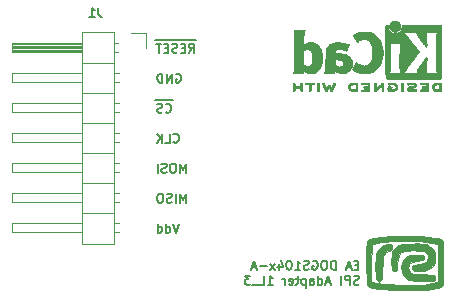
<source format=gbr>
%TF.GenerationSoftware,KiCad,Pcbnew,(5.1.6-0)*%
%TF.CreationDate,2020-10-20T21:46:17+02:00*%
%TF.ProjectId,DisplayAdapter_DOGS104,44697370-6c61-4794-9164-61707465725f,rev?*%
%TF.SameCoordinates,Original*%
%TF.FileFunction,Legend,Bot*%
%TF.FilePolarity,Positive*%
%FSLAX46Y46*%
G04 Gerber Fmt 4.6, Leading zero omitted, Abs format (unit mm)*
G04 Created by KiCad (PCBNEW (5.1.6-0)) date 2020-10-20 21:46:17*
%MOMM*%
%LPD*%
G01*
G04 APERTURE LIST*
%ADD10C,0.127000*%
%ADD11C,0.010000*%
%ADD12C,0.100000*%
%ADD13C,0.120000*%
G04 APERTURE END LIST*
D10*
X148029692Y-94166260D02*
X147267692Y-94166260D01*
X147412835Y-95224714D02*
X147666835Y-94861857D01*
X147848264Y-95224714D02*
X147848264Y-94462714D01*
X147557978Y-94462714D01*
X147485407Y-94499000D01*
X147449121Y-94535285D01*
X147412835Y-94607857D01*
X147412835Y-94716714D01*
X147449121Y-94789285D01*
X147485407Y-94825571D01*
X147557978Y-94861857D01*
X147848264Y-94861857D01*
X147267692Y-94166260D02*
X146578264Y-94166260D01*
X147086264Y-94825571D02*
X146832264Y-94825571D01*
X146723407Y-95224714D02*
X147086264Y-95224714D01*
X147086264Y-94462714D01*
X146723407Y-94462714D01*
X146578264Y-94166260D02*
X145852550Y-94166260D01*
X146433121Y-95188428D02*
X146324264Y-95224714D01*
X146142835Y-95224714D01*
X146070264Y-95188428D01*
X146033978Y-95152142D01*
X145997692Y-95079571D01*
X145997692Y-95007000D01*
X146033978Y-94934428D01*
X146070264Y-94898142D01*
X146142835Y-94861857D01*
X146287978Y-94825571D01*
X146360550Y-94789285D01*
X146396835Y-94753000D01*
X146433121Y-94680428D01*
X146433121Y-94607857D01*
X146396835Y-94535285D01*
X146360550Y-94499000D01*
X146287978Y-94462714D01*
X146106550Y-94462714D01*
X145997692Y-94499000D01*
X145852550Y-94166260D02*
X145163121Y-94166260D01*
X145671121Y-94825571D02*
X145417121Y-94825571D01*
X145308264Y-95224714D02*
X145671121Y-95224714D01*
X145671121Y-94462714D01*
X145308264Y-94462714D01*
X145163121Y-94166260D02*
X144582550Y-94166260D01*
X145090550Y-94462714D02*
X144655121Y-94462714D01*
X144872835Y-95224714D02*
X144872835Y-94462714D01*
X146324264Y-97039000D02*
X146396835Y-97002714D01*
X146505692Y-97002714D01*
X146614550Y-97039000D01*
X146687121Y-97111571D01*
X146723407Y-97184142D01*
X146759692Y-97329285D01*
X146759692Y-97438142D01*
X146723407Y-97583285D01*
X146687121Y-97655857D01*
X146614550Y-97728428D01*
X146505692Y-97764714D01*
X146433121Y-97764714D01*
X146324264Y-97728428D01*
X146287978Y-97692142D01*
X146287978Y-97438142D01*
X146433121Y-97438142D01*
X145961407Y-97764714D02*
X145961407Y-97002714D01*
X145525978Y-97764714D01*
X145525978Y-97002714D01*
X145163121Y-97764714D02*
X145163121Y-97002714D01*
X144981692Y-97002714D01*
X144872835Y-97039000D01*
X144800264Y-97111571D01*
X144763978Y-97184142D01*
X144727692Y-97329285D01*
X144727692Y-97438142D01*
X144763978Y-97583285D01*
X144800264Y-97655857D01*
X144872835Y-97728428D01*
X144981692Y-97764714D01*
X145163121Y-97764714D01*
X146070264Y-99246260D02*
X145308264Y-99246260D01*
X145453407Y-100232142D02*
X145489692Y-100268428D01*
X145598550Y-100304714D01*
X145671121Y-100304714D01*
X145779978Y-100268428D01*
X145852550Y-100195857D01*
X145888835Y-100123285D01*
X145925121Y-99978142D01*
X145925121Y-99869285D01*
X145888835Y-99724142D01*
X145852550Y-99651571D01*
X145779978Y-99579000D01*
X145671121Y-99542714D01*
X145598550Y-99542714D01*
X145489692Y-99579000D01*
X145453407Y-99615285D01*
X145308264Y-99246260D02*
X144582550Y-99246260D01*
X145163121Y-100268428D02*
X145054264Y-100304714D01*
X144872835Y-100304714D01*
X144800264Y-100268428D01*
X144763978Y-100232142D01*
X144727692Y-100159571D01*
X144727692Y-100087000D01*
X144763978Y-100014428D01*
X144800264Y-99978142D01*
X144872835Y-99941857D01*
X145017978Y-99905571D01*
X145090550Y-99869285D01*
X145126835Y-99833000D01*
X145163121Y-99760428D01*
X145163121Y-99687857D01*
X145126835Y-99615285D01*
X145090550Y-99579000D01*
X145017978Y-99542714D01*
X144836550Y-99542714D01*
X144727692Y-99579000D01*
X146106550Y-102772142D02*
X146142835Y-102808428D01*
X146251692Y-102844714D01*
X146324264Y-102844714D01*
X146433121Y-102808428D01*
X146505692Y-102735857D01*
X146541978Y-102663285D01*
X146578264Y-102518142D01*
X146578264Y-102409285D01*
X146541978Y-102264142D01*
X146505692Y-102191571D01*
X146433121Y-102119000D01*
X146324264Y-102082714D01*
X146251692Y-102082714D01*
X146142835Y-102119000D01*
X146106550Y-102155285D01*
X145417121Y-102844714D02*
X145779978Y-102844714D01*
X145779978Y-102082714D01*
X145163121Y-102844714D02*
X145163121Y-102082714D01*
X144727692Y-102844714D02*
X145054264Y-102409285D01*
X144727692Y-102082714D02*
X145163121Y-102518142D01*
X147158835Y-105384714D02*
X147158835Y-104622714D01*
X146904835Y-105167000D01*
X146650835Y-104622714D01*
X146650835Y-105384714D01*
X146142835Y-104622714D02*
X145997692Y-104622714D01*
X145925121Y-104659000D01*
X145852550Y-104731571D01*
X145816264Y-104876714D01*
X145816264Y-105130714D01*
X145852550Y-105275857D01*
X145925121Y-105348428D01*
X145997692Y-105384714D01*
X146142835Y-105384714D01*
X146215407Y-105348428D01*
X146287978Y-105275857D01*
X146324264Y-105130714D01*
X146324264Y-104876714D01*
X146287978Y-104731571D01*
X146215407Y-104659000D01*
X146142835Y-104622714D01*
X145525978Y-105348428D02*
X145417121Y-105384714D01*
X145235692Y-105384714D01*
X145163121Y-105348428D01*
X145126835Y-105312142D01*
X145090550Y-105239571D01*
X145090550Y-105167000D01*
X145126835Y-105094428D01*
X145163121Y-105058142D01*
X145235692Y-105021857D01*
X145380835Y-104985571D01*
X145453407Y-104949285D01*
X145489692Y-104913000D01*
X145525978Y-104840428D01*
X145525978Y-104767857D01*
X145489692Y-104695285D01*
X145453407Y-104659000D01*
X145380835Y-104622714D01*
X145199407Y-104622714D01*
X145090550Y-104659000D01*
X144763978Y-105384714D02*
X144763978Y-104622714D01*
X147158835Y-107924714D02*
X147158835Y-107162714D01*
X146904835Y-107707000D01*
X146650835Y-107162714D01*
X146650835Y-107924714D01*
X146287978Y-107924714D02*
X146287978Y-107162714D01*
X145961407Y-107888428D02*
X145852550Y-107924714D01*
X145671121Y-107924714D01*
X145598550Y-107888428D01*
X145562264Y-107852142D01*
X145525978Y-107779571D01*
X145525978Y-107707000D01*
X145562264Y-107634428D01*
X145598550Y-107598142D01*
X145671121Y-107561857D01*
X145816264Y-107525571D01*
X145888835Y-107489285D01*
X145925121Y-107453000D01*
X145961407Y-107380428D01*
X145961407Y-107307857D01*
X145925121Y-107235285D01*
X145888835Y-107199000D01*
X145816264Y-107162714D01*
X145634835Y-107162714D01*
X145525978Y-107199000D01*
X145054264Y-107162714D02*
X144909121Y-107162714D01*
X144836550Y-107199000D01*
X144763978Y-107271571D01*
X144727692Y-107416714D01*
X144727692Y-107670714D01*
X144763978Y-107815857D01*
X144836550Y-107888428D01*
X144909121Y-107924714D01*
X145054264Y-107924714D01*
X145126835Y-107888428D01*
X145199407Y-107815857D01*
X145235692Y-107670714D01*
X145235692Y-107416714D01*
X145199407Y-107271571D01*
X145126835Y-107199000D01*
X145054264Y-107162714D01*
X146541978Y-109702714D02*
X146287978Y-110464714D01*
X146033978Y-109702714D01*
X145453407Y-110464714D02*
X145453407Y-109702714D01*
X145453407Y-110428428D02*
X145525978Y-110464714D01*
X145671121Y-110464714D01*
X145743692Y-110428428D01*
X145779978Y-110392142D01*
X145816264Y-110319571D01*
X145816264Y-110101857D01*
X145779978Y-110029285D01*
X145743692Y-109993000D01*
X145671121Y-109956714D01*
X145525978Y-109956714D01*
X145453407Y-109993000D01*
X144763978Y-110464714D02*
X144763978Y-109702714D01*
X144763978Y-110428428D02*
X144836550Y-110464714D01*
X144981692Y-110464714D01*
X145054264Y-110428428D01*
X145090550Y-110392142D01*
X145126835Y-110319571D01*
X145126835Y-110101857D01*
X145090550Y-110029285D01*
X145054264Y-109993000D01*
X144981692Y-109956714D01*
X144836550Y-109956714D01*
X144763978Y-109993000D01*
X161767521Y-113201071D02*
X161513521Y-113201071D01*
X161404664Y-113600214D02*
X161767521Y-113600214D01*
X161767521Y-112838214D01*
X161404664Y-112838214D01*
X161114378Y-113382500D02*
X160751521Y-113382500D01*
X161186950Y-113600214D02*
X160932950Y-112838214D01*
X160678950Y-113600214D01*
X159844378Y-113600214D02*
X159844378Y-112838214D01*
X159662950Y-112838214D01*
X159554092Y-112874500D01*
X159481521Y-112947071D01*
X159445235Y-113019642D01*
X159408950Y-113164785D01*
X159408950Y-113273642D01*
X159445235Y-113418785D01*
X159481521Y-113491357D01*
X159554092Y-113563928D01*
X159662950Y-113600214D01*
X159844378Y-113600214D01*
X158937235Y-112838214D02*
X158792092Y-112838214D01*
X158719521Y-112874500D01*
X158646950Y-112947071D01*
X158610664Y-113092214D01*
X158610664Y-113346214D01*
X158646950Y-113491357D01*
X158719521Y-113563928D01*
X158792092Y-113600214D01*
X158937235Y-113600214D01*
X159009807Y-113563928D01*
X159082378Y-113491357D01*
X159118664Y-113346214D01*
X159118664Y-113092214D01*
X159082378Y-112947071D01*
X159009807Y-112874500D01*
X158937235Y-112838214D01*
X157884950Y-112874500D02*
X157957521Y-112838214D01*
X158066378Y-112838214D01*
X158175235Y-112874500D01*
X158247807Y-112947071D01*
X158284092Y-113019642D01*
X158320378Y-113164785D01*
X158320378Y-113273642D01*
X158284092Y-113418785D01*
X158247807Y-113491357D01*
X158175235Y-113563928D01*
X158066378Y-113600214D01*
X157993807Y-113600214D01*
X157884950Y-113563928D01*
X157848664Y-113527642D01*
X157848664Y-113273642D01*
X157993807Y-113273642D01*
X157558378Y-113563928D02*
X157449521Y-113600214D01*
X157268092Y-113600214D01*
X157195521Y-113563928D01*
X157159235Y-113527642D01*
X157122950Y-113455071D01*
X157122950Y-113382500D01*
X157159235Y-113309928D01*
X157195521Y-113273642D01*
X157268092Y-113237357D01*
X157413235Y-113201071D01*
X157485807Y-113164785D01*
X157522092Y-113128500D01*
X157558378Y-113055928D01*
X157558378Y-112983357D01*
X157522092Y-112910785D01*
X157485807Y-112874500D01*
X157413235Y-112838214D01*
X157231807Y-112838214D01*
X157122950Y-112874500D01*
X156397235Y-113600214D02*
X156832664Y-113600214D01*
X156614950Y-113600214D02*
X156614950Y-112838214D01*
X156687521Y-112947071D01*
X156760092Y-113019642D01*
X156832664Y-113055928D01*
X155925521Y-112838214D02*
X155852950Y-112838214D01*
X155780378Y-112874500D01*
X155744092Y-112910785D01*
X155707807Y-112983357D01*
X155671521Y-113128500D01*
X155671521Y-113309928D01*
X155707807Y-113455071D01*
X155744092Y-113527642D01*
X155780378Y-113563928D01*
X155852950Y-113600214D01*
X155925521Y-113600214D01*
X155998092Y-113563928D01*
X156034378Y-113527642D01*
X156070664Y-113455071D01*
X156106950Y-113309928D01*
X156106950Y-113128500D01*
X156070664Y-112983357D01*
X156034378Y-112910785D01*
X155998092Y-112874500D01*
X155925521Y-112838214D01*
X155018378Y-113092214D02*
X155018378Y-113600214D01*
X155199807Y-112801928D02*
X155381235Y-113346214D01*
X154909521Y-113346214D01*
X154691807Y-113600214D02*
X154292664Y-113092214D01*
X154691807Y-113092214D02*
X154292664Y-113600214D01*
X154002378Y-113309928D02*
X153421807Y-113309928D01*
X153095235Y-113382500D02*
X152732378Y-113382500D01*
X153167807Y-113600214D02*
X152913807Y-112838214D01*
X152659807Y-113600214D01*
X161803807Y-114833928D02*
X161694950Y-114870214D01*
X161513521Y-114870214D01*
X161440950Y-114833928D01*
X161404664Y-114797642D01*
X161368378Y-114725071D01*
X161368378Y-114652500D01*
X161404664Y-114579928D01*
X161440950Y-114543642D01*
X161513521Y-114507357D01*
X161658664Y-114471071D01*
X161731235Y-114434785D01*
X161767521Y-114398500D01*
X161803807Y-114325928D01*
X161803807Y-114253357D01*
X161767521Y-114180785D01*
X161731235Y-114144500D01*
X161658664Y-114108214D01*
X161477235Y-114108214D01*
X161368378Y-114144500D01*
X161041807Y-114870214D02*
X161041807Y-114108214D01*
X160751521Y-114108214D01*
X160678950Y-114144500D01*
X160642664Y-114180785D01*
X160606378Y-114253357D01*
X160606378Y-114362214D01*
X160642664Y-114434785D01*
X160678950Y-114471071D01*
X160751521Y-114507357D01*
X161041807Y-114507357D01*
X160279807Y-114870214D02*
X160279807Y-114108214D01*
X159372664Y-114652500D02*
X159009807Y-114652500D01*
X159445235Y-114870214D02*
X159191235Y-114108214D01*
X158937235Y-114870214D01*
X158356664Y-114870214D02*
X158356664Y-114108214D01*
X158356664Y-114833928D02*
X158429235Y-114870214D01*
X158574378Y-114870214D01*
X158646950Y-114833928D01*
X158683235Y-114797642D01*
X158719521Y-114725071D01*
X158719521Y-114507357D01*
X158683235Y-114434785D01*
X158646950Y-114398500D01*
X158574378Y-114362214D01*
X158429235Y-114362214D01*
X158356664Y-114398500D01*
X157667235Y-114870214D02*
X157667235Y-114471071D01*
X157703521Y-114398500D01*
X157776092Y-114362214D01*
X157921235Y-114362214D01*
X157993807Y-114398500D01*
X157667235Y-114833928D02*
X157739807Y-114870214D01*
X157921235Y-114870214D01*
X157993807Y-114833928D01*
X158030092Y-114761357D01*
X158030092Y-114688785D01*
X157993807Y-114616214D01*
X157921235Y-114579928D01*
X157739807Y-114579928D01*
X157667235Y-114543642D01*
X157304378Y-114362214D02*
X157304378Y-115124214D01*
X157304378Y-114398500D02*
X157231807Y-114362214D01*
X157086664Y-114362214D01*
X157014092Y-114398500D01*
X156977807Y-114434785D01*
X156941521Y-114507357D01*
X156941521Y-114725071D01*
X156977807Y-114797642D01*
X157014092Y-114833928D01*
X157086664Y-114870214D01*
X157231807Y-114870214D01*
X157304378Y-114833928D01*
X156723807Y-114362214D02*
X156433521Y-114362214D01*
X156614950Y-114108214D02*
X156614950Y-114761357D01*
X156578664Y-114833928D01*
X156506092Y-114870214D01*
X156433521Y-114870214D01*
X155889235Y-114833928D02*
X155961807Y-114870214D01*
X156106950Y-114870214D01*
X156179521Y-114833928D01*
X156215807Y-114761357D01*
X156215807Y-114471071D01*
X156179521Y-114398500D01*
X156106950Y-114362214D01*
X155961807Y-114362214D01*
X155889235Y-114398500D01*
X155852950Y-114471071D01*
X155852950Y-114543642D01*
X156215807Y-114616214D01*
X155526378Y-114870214D02*
X155526378Y-114362214D01*
X155526378Y-114507357D02*
X155490092Y-114434785D01*
X155453807Y-114398500D01*
X155381235Y-114362214D01*
X155308664Y-114362214D01*
X154074950Y-114870214D02*
X154510378Y-114870214D01*
X154292664Y-114870214D02*
X154292664Y-114108214D01*
X154365235Y-114217071D01*
X154437807Y-114289642D01*
X154510378Y-114325928D01*
X153385521Y-114870214D02*
X153748378Y-114870214D01*
X153748378Y-114108214D01*
X153312950Y-114942785D02*
X152732378Y-114942785D01*
X152623521Y-114108214D02*
X152151807Y-114108214D01*
X152405807Y-114398500D01*
X152296950Y-114398500D01*
X152224378Y-114434785D01*
X152188092Y-114471071D01*
X152151807Y-114543642D01*
X152151807Y-114725071D01*
X152188092Y-114797642D01*
X152224378Y-114833928D01*
X152296950Y-114870214D01*
X152514664Y-114870214D01*
X152587235Y-114833928D01*
X152623521Y-114797642D01*
D11*
%TO.C,REF\u002A\u002A*%
G36*
X165446400Y-92989054D02*
G01*
X165435535Y-93102993D01*
X165403918Y-93210616D01*
X165353015Y-93309615D01*
X165284293Y-93397684D01*
X165199219Y-93472516D01*
X165102232Y-93530384D01*
X164995964Y-93570005D01*
X164888950Y-93588573D01*
X164783300Y-93587434D01*
X164681125Y-93567930D01*
X164584534Y-93531406D01*
X164495638Y-93479205D01*
X164416546Y-93412673D01*
X164349369Y-93333152D01*
X164296217Y-93241987D01*
X164259199Y-93140523D01*
X164240427Y-93030102D01*
X164238489Y-92980206D01*
X164238489Y-92892267D01*
X164186560Y-92892267D01*
X164150253Y-92895111D01*
X164123355Y-92906911D01*
X164096249Y-92930649D01*
X164057867Y-92969031D01*
X164057867Y-95160602D01*
X164057876Y-95422739D01*
X164057908Y-95663241D01*
X164057972Y-95883048D01*
X164058076Y-96083101D01*
X164058227Y-96264344D01*
X164058434Y-96427716D01*
X164058706Y-96574160D01*
X164059050Y-96704617D01*
X164059474Y-96820029D01*
X164059987Y-96921338D01*
X164060597Y-97009484D01*
X164061312Y-97085410D01*
X164062140Y-97150057D01*
X164063089Y-97204367D01*
X164064167Y-97249280D01*
X164065383Y-97285740D01*
X164066745Y-97314687D01*
X164068261Y-97337063D01*
X164069938Y-97353809D01*
X164071786Y-97365868D01*
X164073813Y-97374180D01*
X164076025Y-97379687D01*
X164077108Y-97381537D01*
X164081271Y-97388549D01*
X164084805Y-97394996D01*
X164088635Y-97400900D01*
X164093682Y-97406286D01*
X164100871Y-97411178D01*
X164111123Y-97415598D01*
X164125364Y-97419572D01*
X164144514Y-97423121D01*
X164169499Y-97426270D01*
X164201240Y-97429042D01*
X164240662Y-97431461D01*
X164288686Y-97433551D01*
X164346237Y-97435335D01*
X164414237Y-97436837D01*
X164493610Y-97438080D01*
X164585279Y-97439089D01*
X164690166Y-97439885D01*
X164809196Y-97440494D01*
X164943290Y-97440939D01*
X165093373Y-97441243D01*
X165260367Y-97441430D01*
X165445196Y-97441524D01*
X165648783Y-97441548D01*
X165872050Y-97441525D01*
X166115922Y-97441480D01*
X166381321Y-97441437D01*
X166419704Y-97441432D01*
X166686682Y-97441389D01*
X166932002Y-97441318D01*
X167156583Y-97441213D01*
X167361345Y-97441066D01*
X167547206Y-97440869D01*
X167715088Y-97440616D01*
X167865908Y-97440300D01*
X168000587Y-97439913D01*
X168120044Y-97439447D01*
X168225199Y-97438897D01*
X168316971Y-97438253D01*
X168396279Y-97437511D01*
X168464043Y-97436661D01*
X168521182Y-97435697D01*
X168568617Y-97434611D01*
X168607266Y-97433397D01*
X168638049Y-97432047D01*
X168661885Y-97430555D01*
X168679694Y-97428911D01*
X168692395Y-97427111D01*
X168700908Y-97425145D01*
X168705266Y-97423477D01*
X168713728Y-97419906D01*
X168721497Y-97417270D01*
X168728602Y-97414634D01*
X168735073Y-97411062D01*
X168740939Y-97405621D01*
X168746229Y-97397375D01*
X168750974Y-97385390D01*
X168755202Y-97368731D01*
X168758943Y-97346463D01*
X168762227Y-97317652D01*
X168765083Y-97281363D01*
X168767540Y-97236661D01*
X168769629Y-97182611D01*
X168771378Y-97118279D01*
X168772817Y-97042730D01*
X168773976Y-96955030D01*
X168774883Y-96854243D01*
X168775569Y-96739434D01*
X168776063Y-96609670D01*
X168776395Y-96464015D01*
X168776593Y-96301535D01*
X168776687Y-96121295D01*
X168776708Y-95922360D01*
X168776685Y-95703796D01*
X168776646Y-95464668D01*
X168776622Y-95204040D01*
X168776622Y-95161889D01*
X168776636Y-94898992D01*
X168776661Y-94657732D01*
X168776671Y-94437165D01*
X168776642Y-94236352D01*
X168776548Y-94054349D01*
X168776362Y-93890216D01*
X168776059Y-93743011D01*
X168775614Y-93611792D01*
X168775034Y-93501867D01*
X168472197Y-93501867D01*
X168432407Y-93559711D01*
X168421236Y-93575479D01*
X168411166Y-93589441D01*
X168402138Y-93602784D01*
X168394097Y-93616693D01*
X168386986Y-93632356D01*
X168380747Y-93650958D01*
X168375325Y-93673686D01*
X168370662Y-93701727D01*
X168366701Y-93736267D01*
X168363385Y-93778492D01*
X168360659Y-93829589D01*
X168358464Y-93890744D01*
X168356745Y-93963144D01*
X168355444Y-94047975D01*
X168354505Y-94146422D01*
X168353870Y-94259674D01*
X168353484Y-94388916D01*
X168353288Y-94535334D01*
X168353227Y-94700116D01*
X168353243Y-94884447D01*
X168353280Y-95089513D01*
X168353289Y-95212133D01*
X168353265Y-95429082D01*
X168353231Y-95624642D01*
X168353243Y-95799999D01*
X168353358Y-95956341D01*
X168353630Y-96094857D01*
X168354118Y-96216734D01*
X168354876Y-96323160D01*
X168355962Y-96415322D01*
X168357431Y-96494409D01*
X168359340Y-96561608D01*
X168361744Y-96618107D01*
X168364701Y-96665093D01*
X168368266Y-96703755D01*
X168372495Y-96735280D01*
X168377446Y-96760855D01*
X168383173Y-96781670D01*
X168389733Y-96798911D01*
X168397183Y-96813765D01*
X168405579Y-96827422D01*
X168414976Y-96841069D01*
X168425432Y-96855893D01*
X168431523Y-96864783D01*
X168470296Y-96922400D01*
X167938732Y-96922400D01*
X167815483Y-96922365D01*
X167712987Y-96922215D01*
X167629420Y-96921878D01*
X167562956Y-96921286D01*
X167511771Y-96920367D01*
X167474041Y-96919051D01*
X167447940Y-96917269D01*
X167431644Y-96914951D01*
X167423328Y-96912026D01*
X167421168Y-96908424D01*
X167423339Y-96904075D01*
X167424535Y-96902645D01*
X167449685Y-96865573D01*
X167475583Y-96812772D01*
X167499192Y-96750770D01*
X167507461Y-96724357D01*
X167512078Y-96706416D01*
X167515979Y-96685355D01*
X167519248Y-96659089D01*
X167521966Y-96625532D01*
X167524215Y-96582599D01*
X167526077Y-96528204D01*
X167527636Y-96460262D01*
X167528972Y-96376688D01*
X167530169Y-96275395D01*
X167531308Y-96154300D01*
X167531685Y-96109600D01*
X167532702Y-95984449D01*
X167533460Y-95880082D01*
X167533903Y-95794707D01*
X167533970Y-95726533D01*
X167533605Y-95673765D01*
X167532748Y-95634614D01*
X167531341Y-95607285D01*
X167529325Y-95589986D01*
X167526643Y-95580926D01*
X167523236Y-95578312D01*
X167519044Y-95580351D01*
X167514571Y-95584667D01*
X167504216Y-95597602D01*
X167482158Y-95626676D01*
X167449957Y-95669759D01*
X167409174Y-95724718D01*
X167361370Y-95789423D01*
X167308105Y-95861742D01*
X167250940Y-95939544D01*
X167191437Y-96020698D01*
X167131155Y-96103072D01*
X167071655Y-96184536D01*
X167014498Y-96262957D01*
X166961245Y-96336204D01*
X166913457Y-96402147D01*
X166872693Y-96458654D01*
X166840516Y-96503593D01*
X166818485Y-96534834D01*
X166813917Y-96541466D01*
X166790996Y-96578369D01*
X166764188Y-96626359D01*
X166738789Y-96675897D01*
X166735568Y-96682577D01*
X166713890Y-96730772D01*
X166701304Y-96768334D01*
X166695574Y-96804160D01*
X166694456Y-96846200D01*
X166695090Y-96922400D01*
X165540651Y-96922400D01*
X165631815Y-96828669D01*
X165678612Y-96778775D01*
X165728899Y-96722295D01*
X165774944Y-96668026D01*
X165795369Y-96642673D01*
X165825807Y-96603128D01*
X165865862Y-96549916D01*
X165914361Y-96484667D01*
X165970135Y-96409011D01*
X166032011Y-96324577D01*
X166098819Y-96232994D01*
X166169387Y-96135892D01*
X166242545Y-96034901D01*
X166317121Y-95931650D01*
X166391944Y-95827768D01*
X166465843Y-95724885D01*
X166537646Y-95624631D01*
X166606184Y-95528636D01*
X166670284Y-95438527D01*
X166728775Y-95355936D01*
X166780486Y-95282492D01*
X166824247Y-95219824D01*
X166858885Y-95169561D01*
X166883230Y-95133334D01*
X166896111Y-95112771D01*
X166897869Y-95108668D01*
X166889910Y-95097342D01*
X166869115Y-95070162D01*
X166836847Y-95028829D01*
X166794470Y-94975044D01*
X166743347Y-94910506D01*
X166684841Y-94836918D01*
X166620314Y-94755978D01*
X166551131Y-94669388D01*
X166478653Y-94578848D01*
X166404246Y-94486060D01*
X166344517Y-94411702D01*
X165333511Y-94411702D01*
X165327602Y-94424659D01*
X165313272Y-94446908D01*
X165312225Y-94448391D01*
X165293438Y-94478544D01*
X165273791Y-94515375D01*
X165269892Y-94523511D01*
X165266356Y-94531940D01*
X165263230Y-94542059D01*
X165260486Y-94555260D01*
X165258092Y-94572938D01*
X165256019Y-94596484D01*
X165254235Y-94627293D01*
X165252712Y-94666757D01*
X165251419Y-94716269D01*
X165250326Y-94777223D01*
X165249403Y-94851011D01*
X165248619Y-94939028D01*
X165247945Y-95042665D01*
X165247350Y-95163316D01*
X165246805Y-95302374D01*
X165246279Y-95461232D01*
X165245745Y-95640089D01*
X165245206Y-95825207D01*
X165244772Y-95989145D01*
X165244509Y-96133303D01*
X165244484Y-96259079D01*
X165244765Y-96367871D01*
X165245419Y-96461077D01*
X165246514Y-96540097D01*
X165248118Y-96606328D01*
X165250297Y-96661170D01*
X165253119Y-96706021D01*
X165256651Y-96742278D01*
X165260961Y-96771341D01*
X165266117Y-96794609D01*
X165272185Y-96813479D01*
X165279233Y-96829351D01*
X165287329Y-96843622D01*
X165296540Y-96857691D01*
X165305040Y-96870158D01*
X165322176Y-96896452D01*
X165332322Y-96914037D01*
X165333511Y-96917257D01*
X165322604Y-96918334D01*
X165291411Y-96919335D01*
X165242223Y-96920235D01*
X165177333Y-96921010D01*
X165099030Y-96921637D01*
X165009607Y-96922091D01*
X164911356Y-96922349D01*
X164842445Y-96922400D01*
X164737452Y-96922180D01*
X164640610Y-96921548D01*
X164554107Y-96920549D01*
X164480132Y-96919227D01*
X164420874Y-96917626D01*
X164378520Y-96915791D01*
X164355260Y-96913765D01*
X164351378Y-96912493D01*
X164359076Y-96897591D01*
X164367074Y-96889560D01*
X164380246Y-96872434D01*
X164397485Y-96842183D01*
X164409407Y-96817622D01*
X164436045Y-96758711D01*
X164439120Y-95581845D01*
X164442195Y-94404978D01*
X164887853Y-94404978D01*
X164985670Y-94405142D01*
X165076064Y-94405611D01*
X165156630Y-94406347D01*
X165224962Y-94407316D01*
X165278656Y-94408480D01*
X165315305Y-94409803D01*
X165332504Y-94411249D01*
X165333511Y-94411702D01*
X166344517Y-94411702D01*
X166329270Y-94392722D01*
X166255090Y-94300537D01*
X166183069Y-94211204D01*
X166114569Y-94126424D01*
X166050955Y-94047898D01*
X165993588Y-93977326D01*
X165943833Y-93916409D01*
X165903052Y-93866847D01*
X165885888Y-93846178D01*
X165799596Y-93745516D01*
X165722997Y-93662259D01*
X165654183Y-93594438D01*
X165591248Y-93540089D01*
X165581867Y-93532722D01*
X165542356Y-93502117D01*
X166674116Y-93501867D01*
X166668827Y-93549844D01*
X166672130Y-93607188D01*
X166693661Y-93675463D01*
X166733635Y-93755212D01*
X166778943Y-93827495D01*
X166795161Y-93850140D01*
X166823214Y-93887696D01*
X166861430Y-93938021D01*
X166908137Y-93998973D01*
X166961661Y-94068411D01*
X167020331Y-94144194D01*
X167082475Y-94224180D01*
X167146421Y-94306228D01*
X167210495Y-94388196D01*
X167273027Y-94467943D01*
X167332343Y-94543327D01*
X167386771Y-94612207D01*
X167434639Y-94672442D01*
X167474275Y-94721889D01*
X167504006Y-94758408D01*
X167522161Y-94779858D01*
X167525220Y-94783156D01*
X167528079Y-94775149D01*
X167530293Y-94744855D01*
X167531857Y-94692556D01*
X167532767Y-94618531D01*
X167533020Y-94523063D01*
X167532613Y-94406434D01*
X167531704Y-94286445D01*
X167530382Y-94154333D01*
X167528857Y-94042594D01*
X167526881Y-93949025D01*
X167524206Y-93871419D01*
X167520582Y-93807574D01*
X167515761Y-93755283D01*
X167509494Y-93712344D01*
X167501532Y-93676551D01*
X167491627Y-93645700D01*
X167479531Y-93617586D01*
X167464993Y-93590005D01*
X167450311Y-93564966D01*
X167412314Y-93501867D01*
X168472197Y-93501867D01*
X168775034Y-93501867D01*
X168775001Y-93495617D01*
X168774195Y-93393544D01*
X168773170Y-93304633D01*
X168771900Y-93227941D01*
X168770360Y-93162527D01*
X168768524Y-93107449D01*
X168766367Y-93061765D01*
X168763863Y-93024534D01*
X168760987Y-92994813D01*
X168757713Y-92971662D01*
X168754015Y-92954139D01*
X168749869Y-92941301D01*
X168745247Y-92932208D01*
X168740126Y-92925918D01*
X168734478Y-92921488D01*
X168728279Y-92917978D01*
X168721504Y-92914445D01*
X168715508Y-92910876D01*
X168710275Y-92908300D01*
X168702099Y-92905972D01*
X168689886Y-92903878D01*
X168672541Y-92902007D01*
X168648969Y-92900347D01*
X168618077Y-92898884D01*
X168578768Y-92897608D01*
X168529950Y-92896504D01*
X168470527Y-92895561D01*
X168399404Y-92894767D01*
X168315488Y-92894109D01*
X168217683Y-92893575D01*
X168104894Y-92893153D01*
X167976029Y-92892829D01*
X167829991Y-92892592D01*
X167665686Y-92892430D01*
X167482020Y-92892330D01*
X167277897Y-92892280D01*
X167066753Y-92892267D01*
X165446400Y-92892267D01*
X165446400Y-92989054D01*
G37*
X165446400Y-92989054D02*
X165435535Y-93102993D01*
X165403918Y-93210616D01*
X165353015Y-93309615D01*
X165284293Y-93397684D01*
X165199219Y-93472516D01*
X165102232Y-93530384D01*
X164995964Y-93570005D01*
X164888950Y-93588573D01*
X164783300Y-93587434D01*
X164681125Y-93567930D01*
X164584534Y-93531406D01*
X164495638Y-93479205D01*
X164416546Y-93412673D01*
X164349369Y-93333152D01*
X164296217Y-93241987D01*
X164259199Y-93140523D01*
X164240427Y-93030102D01*
X164238489Y-92980206D01*
X164238489Y-92892267D01*
X164186560Y-92892267D01*
X164150253Y-92895111D01*
X164123355Y-92906911D01*
X164096249Y-92930649D01*
X164057867Y-92969031D01*
X164057867Y-95160602D01*
X164057876Y-95422739D01*
X164057908Y-95663241D01*
X164057972Y-95883048D01*
X164058076Y-96083101D01*
X164058227Y-96264344D01*
X164058434Y-96427716D01*
X164058706Y-96574160D01*
X164059050Y-96704617D01*
X164059474Y-96820029D01*
X164059987Y-96921338D01*
X164060597Y-97009484D01*
X164061312Y-97085410D01*
X164062140Y-97150057D01*
X164063089Y-97204367D01*
X164064167Y-97249280D01*
X164065383Y-97285740D01*
X164066745Y-97314687D01*
X164068261Y-97337063D01*
X164069938Y-97353809D01*
X164071786Y-97365868D01*
X164073813Y-97374180D01*
X164076025Y-97379687D01*
X164077108Y-97381537D01*
X164081271Y-97388549D01*
X164084805Y-97394996D01*
X164088635Y-97400900D01*
X164093682Y-97406286D01*
X164100871Y-97411178D01*
X164111123Y-97415598D01*
X164125364Y-97419572D01*
X164144514Y-97423121D01*
X164169499Y-97426270D01*
X164201240Y-97429042D01*
X164240662Y-97431461D01*
X164288686Y-97433551D01*
X164346237Y-97435335D01*
X164414237Y-97436837D01*
X164493610Y-97438080D01*
X164585279Y-97439089D01*
X164690166Y-97439885D01*
X164809196Y-97440494D01*
X164943290Y-97440939D01*
X165093373Y-97441243D01*
X165260367Y-97441430D01*
X165445196Y-97441524D01*
X165648783Y-97441548D01*
X165872050Y-97441525D01*
X166115922Y-97441480D01*
X166381321Y-97441437D01*
X166419704Y-97441432D01*
X166686682Y-97441389D01*
X166932002Y-97441318D01*
X167156583Y-97441213D01*
X167361345Y-97441066D01*
X167547206Y-97440869D01*
X167715088Y-97440616D01*
X167865908Y-97440300D01*
X168000587Y-97439913D01*
X168120044Y-97439447D01*
X168225199Y-97438897D01*
X168316971Y-97438253D01*
X168396279Y-97437511D01*
X168464043Y-97436661D01*
X168521182Y-97435697D01*
X168568617Y-97434611D01*
X168607266Y-97433397D01*
X168638049Y-97432047D01*
X168661885Y-97430555D01*
X168679694Y-97428911D01*
X168692395Y-97427111D01*
X168700908Y-97425145D01*
X168705266Y-97423477D01*
X168713728Y-97419906D01*
X168721497Y-97417270D01*
X168728602Y-97414634D01*
X168735073Y-97411062D01*
X168740939Y-97405621D01*
X168746229Y-97397375D01*
X168750974Y-97385390D01*
X168755202Y-97368731D01*
X168758943Y-97346463D01*
X168762227Y-97317652D01*
X168765083Y-97281363D01*
X168767540Y-97236661D01*
X168769629Y-97182611D01*
X168771378Y-97118279D01*
X168772817Y-97042730D01*
X168773976Y-96955030D01*
X168774883Y-96854243D01*
X168775569Y-96739434D01*
X168776063Y-96609670D01*
X168776395Y-96464015D01*
X168776593Y-96301535D01*
X168776687Y-96121295D01*
X168776708Y-95922360D01*
X168776685Y-95703796D01*
X168776646Y-95464668D01*
X168776622Y-95204040D01*
X168776622Y-95161889D01*
X168776636Y-94898992D01*
X168776661Y-94657732D01*
X168776671Y-94437165D01*
X168776642Y-94236352D01*
X168776548Y-94054349D01*
X168776362Y-93890216D01*
X168776059Y-93743011D01*
X168775614Y-93611792D01*
X168775034Y-93501867D01*
X168472197Y-93501867D01*
X168432407Y-93559711D01*
X168421236Y-93575479D01*
X168411166Y-93589441D01*
X168402138Y-93602784D01*
X168394097Y-93616693D01*
X168386986Y-93632356D01*
X168380747Y-93650958D01*
X168375325Y-93673686D01*
X168370662Y-93701727D01*
X168366701Y-93736267D01*
X168363385Y-93778492D01*
X168360659Y-93829589D01*
X168358464Y-93890744D01*
X168356745Y-93963144D01*
X168355444Y-94047975D01*
X168354505Y-94146422D01*
X168353870Y-94259674D01*
X168353484Y-94388916D01*
X168353288Y-94535334D01*
X168353227Y-94700116D01*
X168353243Y-94884447D01*
X168353280Y-95089513D01*
X168353289Y-95212133D01*
X168353265Y-95429082D01*
X168353231Y-95624642D01*
X168353243Y-95799999D01*
X168353358Y-95956341D01*
X168353630Y-96094857D01*
X168354118Y-96216734D01*
X168354876Y-96323160D01*
X168355962Y-96415322D01*
X168357431Y-96494409D01*
X168359340Y-96561608D01*
X168361744Y-96618107D01*
X168364701Y-96665093D01*
X168368266Y-96703755D01*
X168372495Y-96735280D01*
X168377446Y-96760855D01*
X168383173Y-96781670D01*
X168389733Y-96798911D01*
X168397183Y-96813765D01*
X168405579Y-96827422D01*
X168414976Y-96841069D01*
X168425432Y-96855893D01*
X168431523Y-96864783D01*
X168470296Y-96922400D01*
X167938732Y-96922400D01*
X167815483Y-96922365D01*
X167712987Y-96922215D01*
X167629420Y-96921878D01*
X167562956Y-96921286D01*
X167511771Y-96920367D01*
X167474041Y-96919051D01*
X167447940Y-96917269D01*
X167431644Y-96914951D01*
X167423328Y-96912026D01*
X167421168Y-96908424D01*
X167423339Y-96904075D01*
X167424535Y-96902645D01*
X167449685Y-96865573D01*
X167475583Y-96812772D01*
X167499192Y-96750770D01*
X167507461Y-96724357D01*
X167512078Y-96706416D01*
X167515979Y-96685355D01*
X167519248Y-96659089D01*
X167521966Y-96625532D01*
X167524215Y-96582599D01*
X167526077Y-96528204D01*
X167527636Y-96460262D01*
X167528972Y-96376688D01*
X167530169Y-96275395D01*
X167531308Y-96154300D01*
X167531685Y-96109600D01*
X167532702Y-95984449D01*
X167533460Y-95880082D01*
X167533903Y-95794707D01*
X167533970Y-95726533D01*
X167533605Y-95673765D01*
X167532748Y-95634614D01*
X167531341Y-95607285D01*
X167529325Y-95589986D01*
X167526643Y-95580926D01*
X167523236Y-95578312D01*
X167519044Y-95580351D01*
X167514571Y-95584667D01*
X167504216Y-95597602D01*
X167482158Y-95626676D01*
X167449957Y-95669759D01*
X167409174Y-95724718D01*
X167361370Y-95789423D01*
X167308105Y-95861742D01*
X167250940Y-95939544D01*
X167191437Y-96020698D01*
X167131155Y-96103072D01*
X167071655Y-96184536D01*
X167014498Y-96262957D01*
X166961245Y-96336204D01*
X166913457Y-96402147D01*
X166872693Y-96458654D01*
X166840516Y-96503593D01*
X166818485Y-96534834D01*
X166813917Y-96541466D01*
X166790996Y-96578369D01*
X166764188Y-96626359D01*
X166738789Y-96675897D01*
X166735568Y-96682577D01*
X166713890Y-96730772D01*
X166701304Y-96768334D01*
X166695574Y-96804160D01*
X166694456Y-96846200D01*
X166695090Y-96922400D01*
X165540651Y-96922400D01*
X165631815Y-96828669D01*
X165678612Y-96778775D01*
X165728899Y-96722295D01*
X165774944Y-96668026D01*
X165795369Y-96642673D01*
X165825807Y-96603128D01*
X165865862Y-96549916D01*
X165914361Y-96484667D01*
X165970135Y-96409011D01*
X166032011Y-96324577D01*
X166098819Y-96232994D01*
X166169387Y-96135892D01*
X166242545Y-96034901D01*
X166317121Y-95931650D01*
X166391944Y-95827768D01*
X166465843Y-95724885D01*
X166537646Y-95624631D01*
X166606184Y-95528636D01*
X166670284Y-95438527D01*
X166728775Y-95355936D01*
X166780486Y-95282492D01*
X166824247Y-95219824D01*
X166858885Y-95169561D01*
X166883230Y-95133334D01*
X166896111Y-95112771D01*
X166897869Y-95108668D01*
X166889910Y-95097342D01*
X166869115Y-95070162D01*
X166836847Y-95028829D01*
X166794470Y-94975044D01*
X166743347Y-94910506D01*
X166684841Y-94836918D01*
X166620314Y-94755978D01*
X166551131Y-94669388D01*
X166478653Y-94578848D01*
X166404246Y-94486060D01*
X166344517Y-94411702D01*
X165333511Y-94411702D01*
X165327602Y-94424659D01*
X165313272Y-94446908D01*
X165312225Y-94448391D01*
X165293438Y-94478544D01*
X165273791Y-94515375D01*
X165269892Y-94523511D01*
X165266356Y-94531940D01*
X165263230Y-94542059D01*
X165260486Y-94555260D01*
X165258092Y-94572938D01*
X165256019Y-94596484D01*
X165254235Y-94627293D01*
X165252712Y-94666757D01*
X165251419Y-94716269D01*
X165250326Y-94777223D01*
X165249403Y-94851011D01*
X165248619Y-94939028D01*
X165247945Y-95042665D01*
X165247350Y-95163316D01*
X165246805Y-95302374D01*
X165246279Y-95461232D01*
X165245745Y-95640089D01*
X165245206Y-95825207D01*
X165244772Y-95989145D01*
X165244509Y-96133303D01*
X165244484Y-96259079D01*
X165244765Y-96367871D01*
X165245419Y-96461077D01*
X165246514Y-96540097D01*
X165248118Y-96606328D01*
X165250297Y-96661170D01*
X165253119Y-96706021D01*
X165256651Y-96742278D01*
X165260961Y-96771341D01*
X165266117Y-96794609D01*
X165272185Y-96813479D01*
X165279233Y-96829351D01*
X165287329Y-96843622D01*
X165296540Y-96857691D01*
X165305040Y-96870158D01*
X165322176Y-96896452D01*
X165332322Y-96914037D01*
X165333511Y-96917257D01*
X165322604Y-96918334D01*
X165291411Y-96919335D01*
X165242223Y-96920235D01*
X165177333Y-96921010D01*
X165099030Y-96921637D01*
X165009607Y-96922091D01*
X164911356Y-96922349D01*
X164842445Y-96922400D01*
X164737452Y-96922180D01*
X164640610Y-96921548D01*
X164554107Y-96920549D01*
X164480132Y-96919227D01*
X164420874Y-96917626D01*
X164378520Y-96915791D01*
X164355260Y-96913765D01*
X164351378Y-96912493D01*
X164359076Y-96897591D01*
X164367074Y-96889560D01*
X164380246Y-96872434D01*
X164397485Y-96842183D01*
X164409407Y-96817622D01*
X164436045Y-96758711D01*
X164439120Y-95581845D01*
X164442195Y-94404978D01*
X164887853Y-94404978D01*
X164985670Y-94405142D01*
X165076064Y-94405611D01*
X165156630Y-94406347D01*
X165224962Y-94407316D01*
X165278656Y-94408480D01*
X165315305Y-94409803D01*
X165332504Y-94411249D01*
X165333511Y-94411702D01*
X166344517Y-94411702D01*
X166329270Y-94392722D01*
X166255090Y-94300537D01*
X166183069Y-94211204D01*
X166114569Y-94126424D01*
X166050955Y-94047898D01*
X165993588Y-93977326D01*
X165943833Y-93916409D01*
X165903052Y-93866847D01*
X165885888Y-93846178D01*
X165799596Y-93745516D01*
X165722997Y-93662259D01*
X165654183Y-93594438D01*
X165591248Y-93540089D01*
X165581867Y-93532722D01*
X165542356Y-93502117D01*
X166674116Y-93501867D01*
X166668827Y-93549844D01*
X166672130Y-93607188D01*
X166693661Y-93675463D01*
X166733635Y-93755212D01*
X166778943Y-93827495D01*
X166795161Y-93850140D01*
X166823214Y-93887696D01*
X166861430Y-93938021D01*
X166908137Y-93998973D01*
X166961661Y-94068411D01*
X167020331Y-94144194D01*
X167082475Y-94224180D01*
X167146421Y-94306228D01*
X167210495Y-94388196D01*
X167273027Y-94467943D01*
X167332343Y-94543327D01*
X167386771Y-94612207D01*
X167434639Y-94672442D01*
X167474275Y-94721889D01*
X167504006Y-94758408D01*
X167522161Y-94779858D01*
X167525220Y-94783156D01*
X167528079Y-94775149D01*
X167530293Y-94744855D01*
X167531857Y-94692556D01*
X167532767Y-94618531D01*
X167533020Y-94523063D01*
X167532613Y-94406434D01*
X167531704Y-94286445D01*
X167530382Y-94154333D01*
X167528857Y-94042594D01*
X167526881Y-93949025D01*
X167524206Y-93871419D01*
X167520582Y-93807574D01*
X167515761Y-93755283D01*
X167509494Y-93712344D01*
X167501532Y-93676551D01*
X167491627Y-93645700D01*
X167479531Y-93617586D01*
X167464993Y-93590005D01*
X167450311Y-93564966D01*
X167412314Y-93501867D01*
X168472197Y-93501867D01*
X168775034Y-93501867D01*
X168775001Y-93495617D01*
X168774195Y-93393544D01*
X168773170Y-93304633D01*
X168771900Y-93227941D01*
X168770360Y-93162527D01*
X168768524Y-93107449D01*
X168766367Y-93061765D01*
X168763863Y-93024534D01*
X168760987Y-92994813D01*
X168757713Y-92971662D01*
X168754015Y-92954139D01*
X168749869Y-92941301D01*
X168745247Y-92932208D01*
X168740126Y-92925918D01*
X168734478Y-92921488D01*
X168728279Y-92917978D01*
X168721504Y-92914445D01*
X168715508Y-92910876D01*
X168710275Y-92908300D01*
X168702099Y-92905972D01*
X168689886Y-92903878D01*
X168672541Y-92902007D01*
X168648969Y-92900347D01*
X168618077Y-92898884D01*
X168578768Y-92897608D01*
X168529950Y-92896504D01*
X168470527Y-92895561D01*
X168399404Y-92894767D01*
X168315488Y-92894109D01*
X168217683Y-92893575D01*
X168104894Y-92893153D01*
X167976029Y-92892829D01*
X167829991Y-92892592D01*
X167665686Y-92892430D01*
X167482020Y-92892330D01*
X167277897Y-92892280D01*
X167066753Y-92892267D01*
X165446400Y-92892267D01*
X165446400Y-92989054D01*
G36*
X162171571Y-93449071D02*
G01*
X162011430Y-93470245D01*
X161847490Y-93510385D01*
X161677687Y-93569889D01*
X161499957Y-93649154D01*
X161488690Y-93654699D01*
X161430995Y-93682725D01*
X161379448Y-93706802D01*
X161337809Y-93725249D01*
X161309838Y-93736386D01*
X161300267Y-93738933D01*
X161281050Y-93743941D01*
X161276439Y-93748147D01*
X161281542Y-93758580D01*
X161297582Y-93784868D01*
X161322712Y-93824257D01*
X161355086Y-93873991D01*
X161392857Y-93931315D01*
X161434178Y-93993476D01*
X161477202Y-94057718D01*
X161520083Y-94121285D01*
X161560974Y-94181425D01*
X161598029Y-94235380D01*
X161629400Y-94280397D01*
X161653241Y-94313721D01*
X161667706Y-94332597D01*
X161669691Y-94334787D01*
X161679809Y-94330138D01*
X161702150Y-94312962D01*
X161732720Y-94286440D01*
X161748464Y-94271964D01*
X161844953Y-94196682D01*
X161951664Y-94141241D01*
X162067168Y-94106141D01*
X162190038Y-94091880D01*
X162259439Y-94093051D01*
X162380577Y-94110212D01*
X162489795Y-94146094D01*
X162587418Y-94200959D01*
X162673772Y-94275070D01*
X162749185Y-94368688D01*
X162813982Y-94482076D01*
X162851399Y-94568667D01*
X162895252Y-94704366D01*
X162927572Y-94851850D01*
X162948443Y-95007314D01*
X162957949Y-95166956D01*
X162956173Y-95326973D01*
X162943197Y-95483561D01*
X162919106Y-95632918D01*
X162883982Y-95771240D01*
X162837908Y-95894724D01*
X162821627Y-95928978D01*
X162753380Y-96043064D01*
X162672921Y-96139557D01*
X162581430Y-96217670D01*
X162480089Y-96276617D01*
X162370080Y-96315612D01*
X162252585Y-96333868D01*
X162211117Y-96335211D01*
X162089559Y-96324290D01*
X161969122Y-96291474D01*
X161851334Y-96237439D01*
X161737723Y-96162865D01*
X161646315Y-96084539D01*
X161599785Y-96040008D01*
X161418517Y-96337271D01*
X161373420Y-96411433D01*
X161332181Y-96479646D01*
X161296265Y-96539459D01*
X161267134Y-96588420D01*
X161246250Y-96624079D01*
X161235076Y-96643984D01*
X161233625Y-96647079D01*
X161241854Y-96656718D01*
X161267433Y-96673999D01*
X161307127Y-96697283D01*
X161357703Y-96724934D01*
X161415926Y-96755315D01*
X161478563Y-96786790D01*
X161542379Y-96817722D01*
X161604140Y-96846473D01*
X161660612Y-96871408D01*
X161708562Y-96890889D01*
X161732014Y-96899318D01*
X161865779Y-96937133D01*
X162003673Y-96962136D01*
X162151378Y-96975140D01*
X162278167Y-96977468D01*
X162346122Y-96976373D01*
X162411723Y-96974275D01*
X162469153Y-96971434D01*
X162512597Y-96968106D01*
X162526702Y-96966422D01*
X162665716Y-96937587D01*
X162807243Y-96892468D01*
X162944725Y-96833750D01*
X163071606Y-96764120D01*
X163149111Y-96711441D01*
X163276519Y-96603239D01*
X163394822Y-96476671D01*
X163501828Y-96334866D01*
X163595348Y-96180951D01*
X163673190Y-96018053D01*
X163717044Y-95900756D01*
X163767292Y-95717128D01*
X163800791Y-95522581D01*
X163817551Y-95321325D01*
X163817584Y-95117568D01*
X163800899Y-94915521D01*
X163767507Y-94719392D01*
X163717420Y-94533391D01*
X163713603Y-94521803D01*
X163650719Y-94359750D01*
X163573972Y-94211832D01*
X163480758Y-94073865D01*
X163368473Y-93941661D01*
X163324608Y-93896399D01*
X163188466Y-93772457D01*
X163048509Y-93669915D01*
X162902589Y-93587656D01*
X162748558Y-93524564D01*
X162584268Y-93479523D01*
X162488711Y-93462033D01*
X162329977Y-93446466D01*
X162171571Y-93449071D01*
G37*
X162171571Y-93449071D02*
X162011430Y-93470245D01*
X161847490Y-93510385D01*
X161677687Y-93569889D01*
X161499957Y-93649154D01*
X161488690Y-93654699D01*
X161430995Y-93682725D01*
X161379448Y-93706802D01*
X161337809Y-93725249D01*
X161309838Y-93736386D01*
X161300267Y-93738933D01*
X161281050Y-93743941D01*
X161276439Y-93748147D01*
X161281542Y-93758580D01*
X161297582Y-93784868D01*
X161322712Y-93824257D01*
X161355086Y-93873991D01*
X161392857Y-93931315D01*
X161434178Y-93993476D01*
X161477202Y-94057718D01*
X161520083Y-94121285D01*
X161560974Y-94181425D01*
X161598029Y-94235380D01*
X161629400Y-94280397D01*
X161653241Y-94313721D01*
X161667706Y-94332597D01*
X161669691Y-94334787D01*
X161679809Y-94330138D01*
X161702150Y-94312962D01*
X161732720Y-94286440D01*
X161748464Y-94271964D01*
X161844953Y-94196682D01*
X161951664Y-94141241D01*
X162067168Y-94106141D01*
X162190038Y-94091880D01*
X162259439Y-94093051D01*
X162380577Y-94110212D01*
X162489795Y-94146094D01*
X162587418Y-94200959D01*
X162673772Y-94275070D01*
X162749185Y-94368688D01*
X162813982Y-94482076D01*
X162851399Y-94568667D01*
X162895252Y-94704366D01*
X162927572Y-94851850D01*
X162948443Y-95007314D01*
X162957949Y-95166956D01*
X162956173Y-95326973D01*
X162943197Y-95483561D01*
X162919106Y-95632918D01*
X162883982Y-95771240D01*
X162837908Y-95894724D01*
X162821627Y-95928978D01*
X162753380Y-96043064D01*
X162672921Y-96139557D01*
X162581430Y-96217670D01*
X162480089Y-96276617D01*
X162370080Y-96315612D01*
X162252585Y-96333868D01*
X162211117Y-96335211D01*
X162089559Y-96324290D01*
X161969122Y-96291474D01*
X161851334Y-96237439D01*
X161737723Y-96162865D01*
X161646315Y-96084539D01*
X161599785Y-96040008D01*
X161418517Y-96337271D01*
X161373420Y-96411433D01*
X161332181Y-96479646D01*
X161296265Y-96539459D01*
X161267134Y-96588420D01*
X161246250Y-96624079D01*
X161235076Y-96643984D01*
X161233625Y-96647079D01*
X161241854Y-96656718D01*
X161267433Y-96673999D01*
X161307127Y-96697283D01*
X161357703Y-96724934D01*
X161415926Y-96755315D01*
X161478563Y-96786790D01*
X161542379Y-96817722D01*
X161604140Y-96846473D01*
X161660612Y-96871408D01*
X161708562Y-96890889D01*
X161732014Y-96899318D01*
X161865779Y-96937133D01*
X162003673Y-96962136D01*
X162151378Y-96975140D01*
X162278167Y-96977468D01*
X162346122Y-96976373D01*
X162411723Y-96974275D01*
X162469153Y-96971434D01*
X162512597Y-96968106D01*
X162526702Y-96966422D01*
X162665716Y-96937587D01*
X162807243Y-96892468D01*
X162944725Y-96833750D01*
X163071606Y-96764120D01*
X163149111Y-96711441D01*
X163276519Y-96603239D01*
X163394822Y-96476671D01*
X163501828Y-96334866D01*
X163595348Y-96180951D01*
X163673190Y-96018053D01*
X163717044Y-95900756D01*
X163767292Y-95717128D01*
X163800791Y-95522581D01*
X163817551Y-95321325D01*
X163817584Y-95117568D01*
X163800899Y-94915521D01*
X163767507Y-94719392D01*
X163717420Y-94533391D01*
X163713603Y-94521803D01*
X163650719Y-94359750D01*
X163573972Y-94211832D01*
X163480758Y-94073865D01*
X163368473Y-93941661D01*
X163324608Y-93896399D01*
X163188466Y-93772457D01*
X163048509Y-93669915D01*
X162902589Y-93587656D01*
X162748558Y-93524564D01*
X162584268Y-93479523D01*
X162488711Y-93462033D01*
X162329977Y-93446466D01*
X162171571Y-93449071D01*
G36*
X159826426Y-94366552D02*
G01*
X159674508Y-94386567D01*
X159539244Y-94420202D01*
X159419761Y-94467725D01*
X159315185Y-94529405D01*
X159237576Y-94592965D01*
X159168735Y-94667099D01*
X159114994Y-94746871D01*
X159072090Y-94839091D01*
X159056616Y-94882161D01*
X159043756Y-94921142D01*
X159032554Y-94957289D01*
X159022880Y-94992434D01*
X159014604Y-95028410D01*
X159007597Y-95067050D01*
X159001728Y-95110185D01*
X158996869Y-95159649D01*
X158992890Y-95217273D01*
X158989660Y-95284891D01*
X158987051Y-95364334D01*
X158984933Y-95457436D01*
X158983176Y-95566027D01*
X158981651Y-95691942D01*
X158980228Y-95837012D01*
X158978975Y-95979778D01*
X158977649Y-96135968D01*
X158976444Y-96271239D01*
X158975234Y-96387246D01*
X158973894Y-96485645D01*
X158972300Y-96568093D01*
X158970325Y-96636246D01*
X158967844Y-96691760D01*
X158964731Y-96736292D01*
X158960862Y-96771498D01*
X158956111Y-96799034D01*
X158950352Y-96820556D01*
X158943461Y-96837722D01*
X158935311Y-96852186D01*
X158925777Y-96865606D01*
X158914734Y-96879638D01*
X158910434Y-96885071D01*
X158894614Y-96907910D01*
X158887578Y-96923463D01*
X158887556Y-96923922D01*
X158898433Y-96926121D01*
X158929418Y-96928147D01*
X158978043Y-96929942D01*
X159041837Y-96931451D01*
X159118331Y-96932616D01*
X159205056Y-96933380D01*
X159299543Y-96933686D01*
X159310450Y-96933689D01*
X159733343Y-96933689D01*
X159736605Y-96837622D01*
X159739867Y-96741556D01*
X159801956Y-96792543D01*
X159899286Y-96860057D01*
X160009187Y-96914749D01*
X160095651Y-96944978D01*
X160164722Y-96959666D01*
X160248075Y-96969659D01*
X160337841Y-96974646D01*
X160426155Y-96974313D01*
X160505149Y-96968351D01*
X160541378Y-96962638D01*
X160681397Y-96924776D01*
X160807822Y-96869932D01*
X160919740Y-96798924D01*
X161016238Y-96712568D01*
X161096400Y-96611679D01*
X161159313Y-96497076D01*
X161203688Y-96370984D01*
X161216022Y-96314401D01*
X161223632Y-96252202D01*
X161227261Y-96177363D01*
X161227755Y-96143467D01*
X161227690Y-96140282D01*
X160467752Y-96140282D01*
X160458459Y-96215333D01*
X160430272Y-96279160D01*
X160381803Y-96334798D01*
X160376746Y-96339211D01*
X160328452Y-96374037D01*
X160276743Y-96396620D01*
X160216011Y-96408540D01*
X160140648Y-96411383D01*
X160122541Y-96410978D01*
X160068722Y-96408325D01*
X160028692Y-96402909D01*
X159993676Y-96392745D01*
X159954897Y-96375850D01*
X159944255Y-96370672D01*
X159883604Y-96334844D01*
X159836785Y-96292212D01*
X159824048Y-96276973D01*
X159779378Y-96220462D01*
X159779378Y-96024586D01*
X159779914Y-95945939D01*
X159781604Y-95887988D01*
X159784572Y-95848875D01*
X159788943Y-95826741D01*
X159793028Y-95820274D01*
X159808953Y-95817111D01*
X159842736Y-95814488D01*
X159889660Y-95812655D01*
X159945007Y-95811857D01*
X159953894Y-95811842D01*
X160074670Y-95817096D01*
X160177340Y-95833263D01*
X160263894Y-95860961D01*
X160336319Y-95900808D01*
X160391249Y-95947758D01*
X160435796Y-96005645D01*
X160460520Y-96068693D01*
X160467752Y-96140282D01*
X161227690Y-96140282D01*
X161225822Y-96049712D01*
X161217478Y-95970812D01*
X161201232Y-95899590D01*
X161175595Y-95828864D01*
X161151599Y-95776493D01*
X161092980Y-95681196D01*
X161014883Y-95593170D01*
X160919685Y-95514017D01*
X160809762Y-95445340D01*
X160687490Y-95388741D01*
X160555245Y-95345821D01*
X160490578Y-95330882D01*
X160354396Y-95308777D01*
X160205951Y-95294194D01*
X160054495Y-95287813D01*
X159927936Y-95289445D01*
X159766050Y-95296224D01*
X159773470Y-95237245D01*
X159792762Y-95138092D01*
X159823896Y-95057372D01*
X159867731Y-94994466D01*
X159925129Y-94948756D01*
X159996952Y-94919622D01*
X160084059Y-94906447D01*
X160187314Y-94908611D01*
X160225289Y-94912612D01*
X160366480Y-94937780D01*
X160503293Y-94978814D01*
X160597822Y-95016815D01*
X160642982Y-95036190D01*
X160681415Y-95051760D01*
X160707766Y-95061405D01*
X160715454Y-95063452D01*
X160725198Y-95054374D01*
X160741917Y-95025405D01*
X160765768Y-94976217D01*
X160796907Y-94906484D01*
X160835493Y-94815879D01*
X160842090Y-94800089D01*
X160872147Y-94727772D01*
X160899126Y-94662425D01*
X160921864Y-94606906D01*
X160939194Y-94564072D01*
X160949952Y-94536781D01*
X160953059Y-94527942D01*
X160943060Y-94523187D01*
X160916783Y-94517910D01*
X160888511Y-94514231D01*
X160858354Y-94509474D01*
X160810567Y-94500028D01*
X160749388Y-94486820D01*
X160679054Y-94470776D01*
X160603806Y-94452820D01*
X160575245Y-94445797D01*
X160470184Y-94420209D01*
X160382520Y-94400147D01*
X160307932Y-94384969D01*
X160242097Y-94374035D01*
X160180693Y-94366704D01*
X160119398Y-94362335D01*
X160053890Y-94360287D01*
X159995872Y-94359889D01*
X159826426Y-94366552D01*
G37*
X159826426Y-94366552D02*
X159674508Y-94386567D01*
X159539244Y-94420202D01*
X159419761Y-94467725D01*
X159315185Y-94529405D01*
X159237576Y-94592965D01*
X159168735Y-94667099D01*
X159114994Y-94746871D01*
X159072090Y-94839091D01*
X159056616Y-94882161D01*
X159043756Y-94921142D01*
X159032554Y-94957289D01*
X159022880Y-94992434D01*
X159014604Y-95028410D01*
X159007597Y-95067050D01*
X159001728Y-95110185D01*
X158996869Y-95159649D01*
X158992890Y-95217273D01*
X158989660Y-95284891D01*
X158987051Y-95364334D01*
X158984933Y-95457436D01*
X158983176Y-95566027D01*
X158981651Y-95691942D01*
X158980228Y-95837012D01*
X158978975Y-95979778D01*
X158977649Y-96135968D01*
X158976444Y-96271239D01*
X158975234Y-96387246D01*
X158973894Y-96485645D01*
X158972300Y-96568093D01*
X158970325Y-96636246D01*
X158967844Y-96691760D01*
X158964731Y-96736292D01*
X158960862Y-96771498D01*
X158956111Y-96799034D01*
X158950352Y-96820556D01*
X158943461Y-96837722D01*
X158935311Y-96852186D01*
X158925777Y-96865606D01*
X158914734Y-96879638D01*
X158910434Y-96885071D01*
X158894614Y-96907910D01*
X158887578Y-96923463D01*
X158887556Y-96923922D01*
X158898433Y-96926121D01*
X158929418Y-96928147D01*
X158978043Y-96929942D01*
X159041837Y-96931451D01*
X159118331Y-96932616D01*
X159205056Y-96933380D01*
X159299543Y-96933686D01*
X159310450Y-96933689D01*
X159733343Y-96933689D01*
X159736605Y-96837622D01*
X159739867Y-96741556D01*
X159801956Y-96792543D01*
X159899286Y-96860057D01*
X160009187Y-96914749D01*
X160095651Y-96944978D01*
X160164722Y-96959666D01*
X160248075Y-96969659D01*
X160337841Y-96974646D01*
X160426155Y-96974313D01*
X160505149Y-96968351D01*
X160541378Y-96962638D01*
X160681397Y-96924776D01*
X160807822Y-96869932D01*
X160919740Y-96798924D01*
X161016238Y-96712568D01*
X161096400Y-96611679D01*
X161159313Y-96497076D01*
X161203688Y-96370984D01*
X161216022Y-96314401D01*
X161223632Y-96252202D01*
X161227261Y-96177363D01*
X161227755Y-96143467D01*
X161227690Y-96140282D01*
X160467752Y-96140282D01*
X160458459Y-96215333D01*
X160430272Y-96279160D01*
X160381803Y-96334798D01*
X160376746Y-96339211D01*
X160328452Y-96374037D01*
X160276743Y-96396620D01*
X160216011Y-96408540D01*
X160140648Y-96411383D01*
X160122541Y-96410978D01*
X160068722Y-96408325D01*
X160028692Y-96402909D01*
X159993676Y-96392745D01*
X159954897Y-96375850D01*
X159944255Y-96370672D01*
X159883604Y-96334844D01*
X159836785Y-96292212D01*
X159824048Y-96276973D01*
X159779378Y-96220462D01*
X159779378Y-96024586D01*
X159779914Y-95945939D01*
X159781604Y-95887988D01*
X159784572Y-95848875D01*
X159788943Y-95826741D01*
X159793028Y-95820274D01*
X159808953Y-95817111D01*
X159842736Y-95814488D01*
X159889660Y-95812655D01*
X159945007Y-95811857D01*
X159953894Y-95811842D01*
X160074670Y-95817096D01*
X160177340Y-95833263D01*
X160263894Y-95860961D01*
X160336319Y-95900808D01*
X160391249Y-95947758D01*
X160435796Y-96005645D01*
X160460520Y-96068693D01*
X160467752Y-96140282D01*
X161227690Y-96140282D01*
X161225822Y-96049712D01*
X161217478Y-95970812D01*
X161201232Y-95899590D01*
X161175595Y-95828864D01*
X161151599Y-95776493D01*
X161092980Y-95681196D01*
X161014883Y-95593170D01*
X160919685Y-95514017D01*
X160809762Y-95445340D01*
X160687490Y-95388741D01*
X160555245Y-95345821D01*
X160490578Y-95330882D01*
X160354396Y-95308777D01*
X160205951Y-95294194D01*
X160054495Y-95287813D01*
X159927936Y-95289445D01*
X159766050Y-95296224D01*
X159773470Y-95237245D01*
X159792762Y-95138092D01*
X159823896Y-95057372D01*
X159867731Y-94994466D01*
X159925129Y-94948756D01*
X159996952Y-94919622D01*
X160084059Y-94906447D01*
X160187314Y-94908611D01*
X160225289Y-94912612D01*
X160366480Y-94937780D01*
X160503293Y-94978814D01*
X160597822Y-95016815D01*
X160642982Y-95036190D01*
X160681415Y-95051760D01*
X160707766Y-95061405D01*
X160715454Y-95063452D01*
X160725198Y-95054374D01*
X160741917Y-95025405D01*
X160765768Y-94976217D01*
X160796907Y-94906484D01*
X160835493Y-94815879D01*
X160842090Y-94800089D01*
X160872147Y-94727772D01*
X160899126Y-94662425D01*
X160921864Y-94606906D01*
X160939194Y-94564072D01*
X160949952Y-94536781D01*
X160953059Y-94527942D01*
X160943060Y-94523187D01*
X160916783Y-94517910D01*
X160888511Y-94514231D01*
X160858354Y-94509474D01*
X160810567Y-94500028D01*
X160749388Y-94486820D01*
X160679054Y-94470776D01*
X160603806Y-94452820D01*
X160575245Y-94445797D01*
X160470184Y-94420209D01*
X160382520Y-94400147D01*
X160307932Y-94384969D01*
X160242097Y-94374035D01*
X160180693Y-94366704D01*
X160119398Y-94362335D01*
X160053890Y-94360287D01*
X159995872Y-94359889D01*
X159826426Y-94366552D01*
G36*
X156313493Y-94972245D02*
G01*
X156313474Y-95206662D01*
X156313448Y-95419603D01*
X156313375Y-95612168D01*
X156313218Y-95785459D01*
X156312936Y-95940576D01*
X156312491Y-96078620D01*
X156311844Y-96200692D01*
X156310955Y-96307894D01*
X156309787Y-96401326D01*
X156308299Y-96482090D01*
X156306454Y-96551286D01*
X156304211Y-96610015D01*
X156301531Y-96659379D01*
X156298377Y-96700478D01*
X156294708Y-96734413D01*
X156290487Y-96762286D01*
X156285673Y-96785198D01*
X156280227Y-96804249D01*
X156274112Y-96820540D01*
X156267288Y-96835173D01*
X156259715Y-96849249D01*
X156251355Y-96863868D01*
X156246161Y-96872974D01*
X156211896Y-96933689D01*
X157070045Y-96933689D01*
X157070045Y-96837733D01*
X157070776Y-96794370D01*
X157072728Y-96761205D01*
X157075537Y-96743424D01*
X157076779Y-96741778D01*
X157088201Y-96748662D01*
X157110916Y-96766505D01*
X157133615Y-96785879D01*
X157188200Y-96826614D01*
X157257679Y-96867617D01*
X157334730Y-96905123D01*
X157412035Y-96935364D01*
X157442887Y-96945012D01*
X157511384Y-96959578D01*
X157594236Y-96969539D01*
X157683629Y-96974583D01*
X157771752Y-96974396D01*
X157850793Y-96968666D01*
X157888489Y-96962858D01*
X158026586Y-96924797D01*
X158153887Y-96867073D01*
X158269708Y-96790211D01*
X158373363Y-96694739D01*
X158464167Y-96581179D01*
X158530969Y-96470381D01*
X158585836Y-96353625D01*
X158627837Y-96234276D01*
X158657833Y-96108283D01*
X158676689Y-95971594D01*
X158685268Y-95820158D01*
X158685994Y-95742711D01*
X158683900Y-95685934D01*
X157854783Y-95685934D01*
X157854576Y-95779002D01*
X157851663Y-95866692D01*
X157846000Y-95943772D01*
X157837545Y-96005009D01*
X157834962Y-96017350D01*
X157803160Y-96124633D01*
X157761502Y-96211658D01*
X157709637Y-96278642D01*
X157647219Y-96325805D01*
X157573900Y-96353365D01*
X157489331Y-96361541D01*
X157393165Y-96350551D01*
X157329689Y-96334829D01*
X157280546Y-96316639D01*
X157226417Y-96290791D01*
X157185756Y-96267089D01*
X157115200Y-96220721D01*
X157115200Y-95070530D01*
X157182608Y-95026962D01*
X157261133Y-94986040D01*
X157345319Y-94959389D01*
X157430443Y-94947465D01*
X157511784Y-94950722D01*
X157584620Y-94969615D01*
X157616574Y-94985184D01*
X157674499Y-95028181D01*
X157723456Y-95084953D01*
X157764610Y-95157575D01*
X157799126Y-95248121D01*
X157828167Y-95358666D01*
X157829448Y-95364533D01*
X157839619Y-95426788D01*
X157847261Y-95504594D01*
X157852330Y-95592720D01*
X157854783Y-95685934D01*
X158683900Y-95685934D01*
X158678143Y-95529895D01*
X158656198Y-95334059D01*
X158620214Y-95155332D01*
X158570241Y-94993845D01*
X158506332Y-94849726D01*
X158428538Y-94723106D01*
X158336911Y-94614115D01*
X158231503Y-94522883D01*
X158186338Y-94491932D01*
X158085389Y-94435785D01*
X157982099Y-94396174D01*
X157872011Y-94372014D01*
X157750670Y-94362219D01*
X157658164Y-94363265D01*
X157528510Y-94374231D01*
X157415916Y-94396046D01*
X157317125Y-94429714D01*
X157228879Y-94476236D01*
X157180014Y-94510448D01*
X157150647Y-94532362D01*
X157128957Y-94547333D01*
X157120747Y-94551733D01*
X157119132Y-94540904D01*
X157117841Y-94510251D01*
X157116862Y-94462526D01*
X157116183Y-94400479D01*
X157115790Y-94326862D01*
X157115670Y-94244427D01*
X157115812Y-94155925D01*
X157116203Y-94064107D01*
X157116829Y-93971724D01*
X157117680Y-93881528D01*
X157118740Y-93796271D01*
X157119999Y-93718703D01*
X157121444Y-93651576D01*
X157123062Y-93597641D01*
X157124839Y-93559650D01*
X157125331Y-93552667D01*
X157132908Y-93482251D01*
X157144469Y-93427102D01*
X157162208Y-93379981D01*
X157188318Y-93333647D01*
X157194585Y-93324067D01*
X157219017Y-93287378D01*
X156313689Y-93287378D01*
X156313493Y-94972245D01*
G37*
X156313493Y-94972245D02*
X156313474Y-95206662D01*
X156313448Y-95419603D01*
X156313375Y-95612168D01*
X156313218Y-95785459D01*
X156312936Y-95940576D01*
X156312491Y-96078620D01*
X156311844Y-96200692D01*
X156310955Y-96307894D01*
X156309787Y-96401326D01*
X156308299Y-96482090D01*
X156306454Y-96551286D01*
X156304211Y-96610015D01*
X156301531Y-96659379D01*
X156298377Y-96700478D01*
X156294708Y-96734413D01*
X156290487Y-96762286D01*
X156285673Y-96785198D01*
X156280227Y-96804249D01*
X156274112Y-96820540D01*
X156267288Y-96835173D01*
X156259715Y-96849249D01*
X156251355Y-96863868D01*
X156246161Y-96872974D01*
X156211896Y-96933689D01*
X157070045Y-96933689D01*
X157070045Y-96837733D01*
X157070776Y-96794370D01*
X157072728Y-96761205D01*
X157075537Y-96743424D01*
X157076779Y-96741778D01*
X157088201Y-96748662D01*
X157110916Y-96766505D01*
X157133615Y-96785879D01*
X157188200Y-96826614D01*
X157257679Y-96867617D01*
X157334730Y-96905123D01*
X157412035Y-96935364D01*
X157442887Y-96945012D01*
X157511384Y-96959578D01*
X157594236Y-96969539D01*
X157683629Y-96974583D01*
X157771752Y-96974396D01*
X157850793Y-96968666D01*
X157888489Y-96962858D01*
X158026586Y-96924797D01*
X158153887Y-96867073D01*
X158269708Y-96790211D01*
X158373363Y-96694739D01*
X158464167Y-96581179D01*
X158530969Y-96470381D01*
X158585836Y-96353625D01*
X158627837Y-96234276D01*
X158657833Y-96108283D01*
X158676689Y-95971594D01*
X158685268Y-95820158D01*
X158685994Y-95742711D01*
X158683900Y-95685934D01*
X157854783Y-95685934D01*
X157854576Y-95779002D01*
X157851663Y-95866692D01*
X157846000Y-95943772D01*
X157837545Y-96005009D01*
X157834962Y-96017350D01*
X157803160Y-96124633D01*
X157761502Y-96211658D01*
X157709637Y-96278642D01*
X157647219Y-96325805D01*
X157573900Y-96353365D01*
X157489331Y-96361541D01*
X157393165Y-96350551D01*
X157329689Y-96334829D01*
X157280546Y-96316639D01*
X157226417Y-96290791D01*
X157185756Y-96267089D01*
X157115200Y-96220721D01*
X157115200Y-95070530D01*
X157182608Y-95026962D01*
X157261133Y-94986040D01*
X157345319Y-94959389D01*
X157430443Y-94947465D01*
X157511784Y-94950722D01*
X157584620Y-94969615D01*
X157616574Y-94985184D01*
X157674499Y-95028181D01*
X157723456Y-95084953D01*
X157764610Y-95157575D01*
X157799126Y-95248121D01*
X157828167Y-95358666D01*
X157829448Y-95364533D01*
X157839619Y-95426788D01*
X157847261Y-95504594D01*
X157852330Y-95592720D01*
X157854783Y-95685934D01*
X158683900Y-95685934D01*
X158678143Y-95529895D01*
X158656198Y-95334059D01*
X158620214Y-95155332D01*
X158570241Y-94993845D01*
X158506332Y-94849726D01*
X158428538Y-94723106D01*
X158336911Y-94614115D01*
X158231503Y-94522883D01*
X158186338Y-94491932D01*
X158085389Y-94435785D01*
X157982099Y-94396174D01*
X157872011Y-94372014D01*
X157750670Y-94362219D01*
X157658164Y-94363265D01*
X157528510Y-94374231D01*
X157415916Y-94396046D01*
X157317125Y-94429714D01*
X157228879Y-94476236D01*
X157180014Y-94510448D01*
X157150647Y-94532362D01*
X157128957Y-94547333D01*
X157120747Y-94551733D01*
X157119132Y-94540904D01*
X157117841Y-94510251D01*
X157116862Y-94462526D01*
X157116183Y-94400479D01*
X157115790Y-94326862D01*
X157115670Y-94244427D01*
X157115812Y-94155925D01*
X157116203Y-94064107D01*
X157116829Y-93971724D01*
X157117680Y-93881528D01*
X157118740Y-93796271D01*
X157119999Y-93718703D01*
X157121444Y-93651576D01*
X157123062Y-93597641D01*
X157124839Y-93559650D01*
X157125331Y-93552667D01*
X157132908Y-93482251D01*
X157144469Y-93427102D01*
X157162208Y-93379981D01*
X157188318Y-93333647D01*
X157194585Y-93324067D01*
X157219017Y-93287378D01*
X156313689Y-93287378D01*
X156313493Y-94972245D01*
G36*
X164773043Y-92526571D02*
G01*
X164676768Y-92550809D01*
X164590184Y-92593641D01*
X164515373Y-92653419D01*
X164454418Y-92728494D01*
X164409399Y-92817220D01*
X164383136Y-92913530D01*
X164377286Y-93010795D01*
X164392140Y-93104654D01*
X164425840Y-93192511D01*
X164476528Y-93271770D01*
X164542345Y-93339836D01*
X164621434Y-93394112D01*
X164711934Y-93432002D01*
X164763200Y-93444426D01*
X164807698Y-93451947D01*
X164841999Y-93454919D01*
X164874960Y-93453094D01*
X164915434Y-93446225D01*
X164948531Y-93439250D01*
X165041947Y-93407741D01*
X165125619Y-93356617D01*
X165197665Y-93287429D01*
X165256200Y-93201728D01*
X165270148Y-93174489D01*
X165286586Y-93138122D01*
X165296894Y-93107582D01*
X165302460Y-93075450D01*
X165304669Y-93034307D01*
X165304948Y-92988222D01*
X165300861Y-92903865D01*
X165287446Y-92834586D01*
X165262256Y-92773961D01*
X165222846Y-92715567D01*
X165184298Y-92671302D01*
X165112406Y-92605484D01*
X165037313Y-92560053D01*
X164954562Y-92532850D01*
X164876928Y-92522576D01*
X164773043Y-92526571D01*
G37*
X164773043Y-92526571D02*
X164676768Y-92550809D01*
X164590184Y-92593641D01*
X164515373Y-92653419D01*
X164454418Y-92728494D01*
X164409399Y-92817220D01*
X164383136Y-92913530D01*
X164377286Y-93010795D01*
X164392140Y-93104654D01*
X164425840Y-93192511D01*
X164476528Y-93271770D01*
X164542345Y-93339836D01*
X164621434Y-93394112D01*
X164711934Y-93432002D01*
X164763200Y-93444426D01*
X164807698Y-93451947D01*
X164841999Y-93454919D01*
X164874960Y-93453094D01*
X164915434Y-93446225D01*
X164948531Y-93439250D01*
X165041947Y-93407741D01*
X165125619Y-93356617D01*
X165197665Y-93287429D01*
X165256200Y-93201728D01*
X165270148Y-93174489D01*
X165286586Y-93138122D01*
X165296894Y-93107582D01*
X165302460Y-93075450D01*
X165304669Y-93034307D01*
X165304948Y-92988222D01*
X165300861Y-92903865D01*
X165287446Y-92834586D01*
X165262256Y-92773961D01*
X165222846Y-92715567D01*
X165184298Y-92671302D01*
X165112406Y-92605484D01*
X165037313Y-92560053D01*
X164954562Y-92532850D01*
X164876928Y-92522576D01*
X164773043Y-92526571D01*
G36*
X168621371Y-97769066D02*
G01*
X168581889Y-97769467D01*
X168466200Y-97772259D01*
X168369311Y-97780550D01*
X168287919Y-97795232D01*
X168218723Y-97817193D01*
X168158420Y-97847322D01*
X168103708Y-97886510D01*
X168084167Y-97903532D01*
X168051750Y-97943363D01*
X168022520Y-97997413D01*
X167999991Y-98057323D01*
X167987679Y-98114739D01*
X167986400Y-98135956D01*
X167994417Y-98194769D01*
X168015899Y-98259013D01*
X168046999Y-98319821D01*
X168083866Y-98368330D01*
X168089854Y-98374182D01*
X168140579Y-98415321D01*
X168196125Y-98447435D01*
X168259696Y-98471365D01*
X168334494Y-98487953D01*
X168423722Y-98498041D01*
X168530582Y-98502469D01*
X168579528Y-98502845D01*
X168641762Y-98502545D01*
X168685528Y-98501292D01*
X168714931Y-98498554D01*
X168734079Y-98493801D01*
X168747077Y-98486501D01*
X168754045Y-98480267D01*
X168760626Y-98472694D01*
X168765788Y-98462924D01*
X168769703Y-98448340D01*
X168772543Y-98426326D01*
X168774480Y-98394264D01*
X168775684Y-98349536D01*
X168776328Y-98289526D01*
X168776583Y-98211617D01*
X168776622Y-98135956D01*
X168776870Y-98035041D01*
X168776817Y-97954427D01*
X168775857Y-97915822D01*
X168629867Y-97915822D01*
X168629867Y-98356089D01*
X168536734Y-98356004D01*
X168480693Y-98354396D01*
X168421999Y-98350256D01*
X168373028Y-98344464D01*
X168371538Y-98344226D01*
X168292392Y-98325090D01*
X168231002Y-98295287D01*
X168184305Y-98252878D01*
X168154635Y-98206961D01*
X168136353Y-98156026D01*
X168137771Y-98108200D01*
X168158988Y-98056933D01*
X168200489Y-98003899D01*
X168257998Y-97964600D01*
X168332750Y-97938331D01*
X168382708Y-97929035D01*
X168439416Y-97922507D01*
X168499519Y-97917782D01*
X168550639Y-97915817D01*
X168553667Y-97915808D01*
X168629867Y-97915822D01*
X168775857Y-97915822D01*
X168775260Y-97891851D01*
X168770998Y-97845055D01*
X168762830Y-97811778D01*
X168749556Y-97789759D01*
X168729974Y-97776739D01*
X168702883Y-97770457D01*
X168667082Y-97768653D01*
X168621371Y-97769066D01*
G37*
X168621371Y-97769066D02*
X168581889Y-97769467D01*
X168466200Y-97772259D01*
X168369311Y-97780550D01*
X168287919Y-97795232D01*
X168218723Y-97817193D01*
X168158420Y-97847322D01*
X168103708Y-97886510D01*
X168084167Y-97903532D01*
X168051750Y-97943363D01*
X168022520Y-97997413D01*
X167999991Y-98057323D01*
X167987679Y-98114739D01*
X167986400Y-98135956D01*
X167994417Y-98194769D01*
X168015899Y-98259013D01*
X168046999Y-98319821D01*
X168083866Y-98368330D01*
X168089854Y-98374182D01*
X168140579Y-98415321D01*
X168196125Y-98447435D01*
X168259696Y-98471365D01*
X168334494Y-98487953D01*
X168423722Y-98498041D01*
X168530582Y-98502469D01*
X168579528Y-98502845D01*
X168641762Y-98502545D01*
X168685528Y-98501292D01*
X168714931Y-98498554D01*
X168734079Y-98493801D01*
X168747077Y-98486501D01*
X168754045Y-98480267D01*
X168760626Y-98472694D01*
X168765788Y-98462924D01*
X168769703Y-98448340D01*
X168772543Y-98426326D01*
X168774480Y-98394264D01*
X168775684Y-98349536D01*
X168776328Y-98289526D01*
X168776583Y-98211617D01*
X168776622Y-98135956D01*
X168776870Y-98035041D01*
X168776817Y-97954427D01*
X168775857Y-97915822D01*
X168629867Y-97915822D01*
X168629867Y-98356089D01*
X168536734Y-98356004D01*
X168480693Y-98354396D01*
X168421999Y-98350256D01*
X168373028Y-98344464D01*
X168371538Y-98344226D01*
X168292392Y-98325090D01*
X168231002Y-98295287D01*
X168184305Y-98252878D01*
X168154635Y-98206961D01*
X168136353Y-98156026D01*
X168137771Y-98108200D01*
X168158988Y-98056933D01*
X168200489Y-98003899D01*
X168257998Y-97964600D01*
X168332750Y-97938331D01*
X168382708Y-97929035D01*
X168439416Y-97922507D01*
X168499519Y-97917782D01*
X168550639Y-97915817D01*
X168553667Y-97915808D01*
X168629867Y-97915822D01*
X168775857Y-97915822D01*
X168775260Y-97891851D01*
X168770998Y-97845055D01*
X168762830Y-97811778D01*
X168749556Y-97789759D01*
X168729974Y-97776739D01*
X168702883Y-97770457D01*
X168667082Y-97768653D01*
X168621371Y-97769066D01*
G36*
X167212794Y-97769146D02*
G01*
X167143386Y-97769518D01*
X167090997Y-97770385D01*
X167052847Y-97771946D01*
X167026159Y-97774403D01*
X167008153Y-97777957D01*
X166996049Y-97782810D01*
X166987069Y-97789161D01*
X166983818Y-97792084D01*
X166964043Y-97823142D01*
X166960482Y-97858828D01*
X166973491Y-97890510D01*
X166979506Y-97896913D01*
X166989235Y-97903121D01*
X167004901Y-97907910D01*
X167029408Y-97911514D01*
X167065661Y-97914164D01*
X167116565Y-97916095D01*
X167185026Y-97917539D01*
X167247617Y-97918418D01*
X167495334Y-97921467D01*
X167498719Y-97986378D01*
X167502105Y-98051289D01*
X167333958Y-98051289D01*
X167260959Y-98051919D01*
X167207517Y-98054553D01*
X167170628Y-98060309D01*
X167147288Y-98070304D01*
X167134494Y-98085656D01*
X167129242Y-98107482D01*
X167128445Y-98127738D01*
X167130923Y-98152592D01*
X167140277Y-98170906D01*
X167159383Y-98183637D01*
X167191118Y-98191741D01*
X167238359Y-98196176D01*
X167303983Y-98197899D01*
X167339801Y-98198045D01*
X167500978Y-98198045D01*
X167500978Y-98356089D01*
X167252622Y-98356089D01*
X167171213Y-98356202D01*
X167109342Y-98356712D01*
X167063968Y-98357870D01*
X167032054Y-98359930D01*
X167010559Y-98363146D01*
X166996443Y-98367772D01*
X166986668Y-98374059D01*
X166981689Y-98378667D01*
X166964610Y-98405560D01*
X166959111Y-98429467D01*
X166966963Y-98458667D01*
X166981689Y-98480267D01*
X166989546Y-98487066D01*
X166999688Y-98492346D01*
X167014844Y-98496298D01*
X167037741Y-98499113D01*
X167071109Y-98500982D01*
X167117675Y-98502098D01*
X167180167Y-98502651D01*
X167261314Y-98502833D01*
X167303422Y-98502845D01*
X167393598Y-98502765D01*
X167463924Y-98502398D01*
X167517129Y-98501552D01*
X167555940Y-98500036D01*
X167583087Y-98497659D01*
X167601298Y-98494229D01*
X167613300Y-98489554D01*
X167621822Y-98483444D01*
X167625156Y-98480267D01*
X167631755Y-98472670D01*
X167636927Y-98462870D01*
X167640846Y-98448239D01*
X167643684Y-98426152D01*
X167645615Y-98393982D01*
X167646812Y-98349103D01*
X167647448Y-98288889D01*
X167647697Y-98210713D01*
X167647734Y-98137923D01*
X167647700Y-98044707D01*
X167647465Y-97971431D01*
X167646830Y-97915458D01*
X167645594Y-97874151D01*
X167643556Y-97844872D01*
X167640517Y-97824984D01*
X167636277Y-97811850D01*
X167630635Y-97802832D01*
X167623391Y-97795293D01*
X167621606Y-97793612D01*
X167612945Y-97786172D01*
X167602882Y-97780409D01*
X167588625Y-97776112D01*
X167567383Y-97773064D01*
X167536364Y-97771051D01*
X167492777Y-97769860D01*
X167433831Y-97769275D01*
X167356734Y-97769083D01*
X167302001Y-97769067D01*
X167212794Y-97769146D01*
G37*
X167212794Y-97769146D02*
X167143386Y-97769518D01*
X167090997Y-97770385D01*
X167052847Y-97771946D01*
X167026159Y-97774403D01*
X167008153Y-97777957D01*
X166996049Y-97782810D01*
X166987069Y-97789161D01*
X166983818Y-97792084D01*
X166964043Y-97823142D01*
X166960482Y-97858828D01*
X166973491Y-97890510D01*
X166979506Y-97896913D01*
X166989235Y-97903121D01*
X167004901Y-97907910D01*
X167029408Y-97911514D01*
X167065661Y-97914164D01*
X167116565Y-97916095D01*
X167185026Y-97917539D01*
X167247617Y-97918418D01*
X167495334Y-97921467D01*
X167498719Y-97986378D01*
X167502105Y-98051289D01*
X167333958Y-98051289D01*
X167260959Y-98051919D01*
X167207517Y-98054553D01*
X167170628Y-98060309D01*
X167147288Y-98070304D01*
X167134494Y-98085656D01*
X167129242Y-98107482D01*
X167128445Y-98127738D01*
X167130923Y-98152592D01*
X167140277Y-98170906D01*
X167159383Y-98183637D01*
X167191118Y-98191741D01*
X167238359Y-98196176D01*
X167303983Y-98197899D01*
X167339801Y-98198045D01*
X167500978Y-98198045D01*
X167500978Y-98356089D01*
X167252622Y-98356089D01*
X167171213Y-98356202D01*
X167109342Y-98356712D01*
X167063968Y-98357870D01*
X167032054Y-98359930D01*
X167010559Y-98363146D01*
X166996443Y-98367772D01*
X166986668Y-98374059D01*
X166981689Y-98378667D01*
X166964610Y-98405560D01*
X166959111Y-98429467D01*
X166966963Y-98458667D01*
X166981689Y-98480267D01*
X166989546Y-98487066D01*
X166999688Y-98492346D01*
X167014844Y-98496298D01*
X167037741Y-98499113D01*
X167071109Y-98500982D01*
X167117675Y-98502098D01*
X167180167Y-98502651D01*
X167261314Y-98502833D01*
X167303422Y-98502845D01*
X167393598Y-98502765D01*
X167463924Y-98502398D01*
X167517129Y-98501552D01*
X167555940Y-98500036D01*
X167583087Y-98497659D01*
X167601298Y-98494229D01*
X167613300Y-98489554D01*
X167621822Y-98483444D01*
X167625156Y-98480267D01*
X167631755Y-98472670D01*
X167636927Y-98462870D01*
X167640846Y-98448239D01*
X167643684Y-98426152D01*
X167645615Y-98393982D01*
X167646812Y-98349103D01*
X167647448Y-98288889D01*
X167647697Y-98210713D01*
X167647734Y-98137923D01*
X167647700Y-98044707D01*
X167647465Y-97971431D01*
X167646830Y-97915458D01*
X167645594Y-97874151D01*
X167643556Y-97844872D01*
X167640517Y-97824984D01*
X167636277Y-97811850D01*
X167630635Y-97802832D01*
X167623391Y-97795293D01*
X167621606Y-97793612D01*
X167612945Y-97786172D01*
X167602882Y-97780409D01*
X167588625Y-97776112D01*
X167567383Y-97773064D01*
X167536364Y-97771051D01*
X167492777Y-97769860D01*
X167433831Y-97769275D01*
X167356734Y-97769083D01*
X167302001Y-97769067D01*
X167212794Y-97769146D01*
G36*
X166191703Y-97770351D02*
G01*
X166116888Y-97775581D01*
X166047306Y-97783750D01*
X165987002Y-97794550D01*
X165940020Y-97807673D01*
X165910406Y-97822813D01*
X165905860Y-97827269D01*
X165890054Y-97861850D01*
X165894847Y-97897351D01*
X165919364Y-97927725D01*
X165920534Y-97928596D01*
X165934954Y-97937954D01*
X165950008Y-97942876D01*
X165971005Y-97943473D01*
X166003257Y-97939861D01*
X166052073Y-97932154D01*
X166056000Y-97931505D01*
X166128739Y-97922569D01*
X166207217Y-97918161D01*
X166285927Y-97918119D01*
X166359361Y-97922279D01*
X166422011Y-97930479D01*
X166468370Y-97942557D01*
X166471416Y-97943771D01*
X166505048Y-97962615D01*
X166516864Y-97981685D01*
X166507614Y-98000439D01*
X166478047Y-98018337D01*
X166428911Y-98034837D01*
X166360957Y-98049396D01*
X166315645Y-98056406D01*
X166221456Y-98069889D01*
X166146544Y-98082214D01*
X166087717Y-98094449D01*
X166041785Y-98107661D01*
X166005555Y-98122917D01*
X165975838Y-98141285D01*
X165949442Y-98163831D01*
X165928230Y-98185971D01*
X165903065Y-98216819D01*
X165890681Y-98243345D01*
X165886808Y-98276026D01*
X165886667Y-98287995D01*
X165889576Y-98327712D01*
X165901202Y-98357259D01*
X165921323Y-98383486D01*
X165962216Y-98423576D01*
X166007817Y-98454149D01*
X166061513Y-98476203D01*
X166126692Y-98490735D01*
X166206744Y-98498741D01*
X166305057Y-98501218D01*
X166321289Y-98501177D01*
X166386849Y-98499818D01*
X166451866Y-98496730D01*
X166509252Y-98492356D01*
X166551922Y-98487140D01*
X166555372Y-98486541D01*
X166597796Y-98476491D01*
X166633780Y-98463796D01*
X166654150Y-98452190D01*
X166673107Y-98421572D01*
X166674427Y-98385918D01*
X166658085Y-98354144D01*
X166654429Y-98350551D01*
X166639315Y-98339876D01*
X166620415Y-98335276D01*
X166591162Y-98336059D01*
X166555651Y-98340127D01*
X166515970Y-98343762D01*
X166460345Y-98346828D01*
X166395406Y-98349053D01*
X166327785Y-98350164D01*
X166310000Y-98350237D01*
X166242128Y-98349964D01*
X166192454Y-98348646D01*
X166156610Y-98345827D01*
X166130224Y-98341050D01*
X166108926Y-98333857D01*
X166096126Y-98327867D01*
X166068000Y-98311233D01*
X166050068Y-98296168D01*
X166047447Y-98291897D01*
X166052976Y-98274263D01*
X166079260Y-98257192D01*
X166124478Y-98241458D01*
X166186808Y-98227838D01*
X166205171Y-98224804D01*
X166301090Y-98209738D01*
X166377641Y-98197146D01*
X166437780Y-98186111D01*
X166484460Y-98175720D01*
X166520637Y-98165056D01*
X166549265Y-98153205D01*
X166573298Y-98139251D01*
X166595692Y-98122281D01*
X166619402Y-98101378D01*
X166627380Y-98094049D01*
X166655353Y-98066699D01*
X166670160Y-98045029D01*
X166675952Y-98020232D01*
X166676889Y-97988983D01*
X166666575Y-97927705D01*
X166635752Y-97875640D01*
X166584595Y-97832958D01*
X166513283Y-97799825D01*
X166462400Y-97784964D01*
X166407100Y-97775366D01*
X166340853Y-97769936D01*
X166267706Y-97768367D01*
X166191703Y-97770351D01*
G37*
X166191703Y-97770351D02*
X166116888Y-97775581D01*
X166047306Y-97783750D01*
X165987002Y-97794550D01*
X165940020Y-97807673D01*
X165910406Y-97822813D01*
X165905860Y-97827269D01*
X165890054Y-97861850D01*
X165894847Y-97897351D01*
X165919364Y-97927725D01*
X165920534Y-97928596D01*
X165934954Y-97937954D01*
X165950008Y-97942876D01*
X165971005Y-97943473D01*
X166003257Y-97939861D01*
X166052073Y-97932154D01*
X166056000Y-97931505D01*
X166128739Y-97922569D01*
X166207217Y-97918161D01*
X166285927Y-97918119D01*
X166359361Y-97922279D01*
X166422011Y-97930479D01*
X166468370Y-97942557D01*
X166471416Y-97943771D01*
X166505048Y-97962615D01*
X166516864Y-97981685D01*
X166507614Y-98000439D01*
X166478047Y-98018337D01*
X166428911Y-98034837D01*
X166360957Y-98049396D01*
X166315645Y-98056406D01*
X166221456Y-98069889D01*
X166146544Y-98082214D01*
X166087717Y-98094449D01*
X166041785Y-98107661D01*
X166005555Y-98122917D01*
X165975838Y-98141285D01*
X165949442Y-98163831D01*
X165928230Y-98185971D01*
X165903065Y-98216819D01*
X165890681Y-98243345D01*
X165886808Y-98276026D01*
X165886667Y-98287995D01*
X165889576Y-98327712D01*
X165901202Y-98357259D01*
X165921323Y-98383486D01*
X165962216Y-98423576D01*
X166007817Y-98454149D01*
X166061513Y-98476203D01*
X166126692Y-98490735D01*
X166206744Y-98498741D01*
X166305057Y-98501218D01*
X166321289Y-98501177D01*
X166386849Y-98499818D01*
X166451866Y-98496730D01*
X166509252Y-98492356D01*
X166551922Y-98487140D01*
X166555372Y-98486541D01*
X166597796Y-98476491D01*
X166633780Y-98463796D01*
X166654150Y-98452190D01*
X166673107Y-98421572D01*
X166674427Y-98385918D01*
X166658085Y-98354144D01*
X166654429Y-98350551D01*
X166639315Y-98339876D01*
X166620415Y-98335276D01*
X166591162Y-98336059D01*
X166555651Y-98340127D01*
X166515970Y-98343762D01*
X166460345Y-98346828D01*
X166395406Y-98349053D01*
X166327785Y-98350164D01*
X166310000Y-98350237D01*
X166242128Y-98349964D01*
X166192454Y-98348646D01*
X166156610Y-98345827D01*
X166130224Y-98341050D01*
X166108926Y-98333857D01*
X166096126Y-98327867D01*
X166068000Y-98311233D01*
X166050068Y-98296168D01*
X166047447Y-98291897D01*
X166052976Y-98274263D01*
X166079260Y-98257192D01*
X166124478Y-98241458D01*
X166186808Y-98227838D01*
X166205171Y-98224804D01*
X166301090Y-98209738D01*
X166377641Y-98197146D01*
X166437780Y-98186111D01*
X166484460Y-98175720D01*
X166520637Y-98165056D01*
X166549265Y-98153205D01*
X166573298Y-98139251D01*
X166595692Y-98122281D01*
X166619402Y-98101378D01*
X166627380Y-98094049D01*
X166655353Y-98066699D01*
X166670160Y-98045029D01*
X166675952Y-98020232D01*
X166676889Y-97988983D01*
X166666575Y-97927705D01*
X166635752Y-97875640D01*
X166584595Y-97832958D01*
X166513283Y-97799825D01*
X166462400Y-97784964D01*
X166407100Y-97775366D01*
X166340853Y-97769936D01*
X166267706Y-97768367D01*
X166191703Y-97770351D01*
G36*
X165423822Y-97791645D02*
G01*
X165417242Y-97799218D01*
X165412079Y-97808987D01*
X165408164Y-97823571D01*
X165405324Y-97845585D01*
X165403387Y-97877648D01*
X165402183Y-97922375D01*
X165401539Y-97982385D01*
X165401284Y-98060294D01*
X165401245Y-98135956D01*
X165401314Y-98229802D01*
X165401638Y-98303689D01*
X165402386Y-98360232D01*
X165403732Y-98402049D01*
X165405846Y-98431757D01*
X165408900Y-98451973D01*
X165413066Y-98465314D01*
X165418516Y-98474398D01*
X165423822Y-98480267D01*
X165456826Y-98499947D01*
X165491991Y-98498181D01*
X165523455Y-98476717D01*
X165530684Y-98468337D01*
X165536334Y-98458614D01*
X165540599Y-98444861D01*
X165543673Y-98424389D01*
X165545752Y-98394512D01*
X165547030Y-98352541D01*
X165547701Y-98295789D01*
X165547959Y-98221567D01*
X165548000Y-98137537D01*
X165548000Y-97824485D01*
X165520291Y-97796776D01*
X165486137Y-97773463D01*
X165453006Y-97772623D01*
X165423822Y-97791645D01*
G37*
X165423822Y-97791645D02*
X165417242Y-97799218D01*
X165412079Y-97808987D01*
X165408164Y-97823571D01*
X165405324Y-97845585D01*
X165403387Y-97877648D01*
X165402183Y-97922375D01*
X165401539Y-97982385D01*
X165401284Y-98060294D01*
X165401245Y-98135956D01*
X165401314Y-98229802D01*
X165401638Y-98303689D01*
X165402386Y-98360232D01*
X165403732Y-98402049D01*
X165405846Y-98431757D01*
X165408900Y-98451973D01*
X165413066Y-98465314D01*
X165418516Y-98474398D01*
X165423822Y-98480267D01*
X165456826Y-98499947D01*
X165491991Y-98498181D01*
X165523455Y-98476717D01*
X165530684Y-98468337D01*
X165536334Y-98458614D01*
X165540599Y-98444861D01*
X165543673Y-98424389D01*
X165545752Y-98394512D01*
X165547030Y-98352541D01*
X165547701Y-98295789D01*
X165547959Y-98221567D01*
X165548000Y-98137537D01*
X165548000Y-97824485D01*
X165520291Y-97796776D01*
X165486137Y-97773463D01*
X165453006Y-97772623D01*
X165423822Y-97791645D01*
G36*
X164450081Y-97774599D02*
G01*
X164381565Y-97786095D01*
X164328943Y-97803967D01*
X164294708Y-97827499D01*
X164285379Y-97840924D01*
X164275893Y-97872148D01*
X164282277Y-97900395D01*
X164302430Y-97927182D01*
X164333745Y-97939713D01*
X164379183Y-97938696D01*
X164414326Y-97931906D01*
X164492419Y-97918971D01*
X164572226Y-97917742D01*
X164661555Y-97928241D01*
X164686229Y-97932690D01*
X164769291Y-97956108D01*
X164834273Y-97990945D01*
X164880461Y-98036604D01*
X164907145Y-98092494D01*
X164912663Y-98121388D01*
X164909051Y-98180012D01*
X164885729Y-98231879D01*
X164844824Y-98275978D01*
X164788459Y-98311299D01*
X164718760Y-98336829D01*
X164637852Y-98351559D01*
X164547860Y-98354478D01*
X164450910Y-98344575D01*
X164445436Y-98343641D01*
X164406875Y-98336459D01*
X164385494Y-98329521D01*
X164376227Y-98319227D01*
X164374006Y-98301976D01*
X164373956Y-98292841D01*
X164373956Y-98254489D01*
X164442431Y-98254489D01*
X164502900Y-98250347D01*
X164544165Y-98237147D01*
X164568175Y-98213730D01*
X164576877Y-98178936D01*
X164576983Y-98174394D01*
X164571892Y-98144654D01*
X164554433Y-98123419D01*
X164521939Y-98109366D01*
X164471743Y-98101173D01*
X164423123Y-98098161D01*
X164352456Y-98096433D01*
X164301198Y-98099070D01*
X164266239Y-98108800D01*
X164244470Y-98128353D01*
X164232780Y-98160456D01*
X164228060Y-98207838D01*
X164227200Y-98270071D01*
X164228609Y-98339535D01*
X164232848Y-98386786D01*
X164239936Y-98412012D01*
X164241311Y-98413988D01*
X164280228Y-98445508D01*
X164337286Y-98470470D01*
X164408869Y-98488340D01*
X164491358Y-98498586D01*
X164581139Y-98500673D01*
X164674592Y-98494068D01*
X164729556Y-98485956D01*
X164815766Y-98461554D01*
X164895892Y-98421662D01*
X164962977Y-98369887D01*
X164973173Y-98359539D01*
X165006302Y-98316035D01*
X165036194Y-98262118D01*
X165059357Y-98205592D01*
X165072298Y-98154259D01*
X165073858Y-98134544D01*
X165067218Y-98093419D01*
X165049568Y-98042252D01*
X165024297Y-97988394D01*
X164994789Y-97939195D01*
X164968719Y-97906334D01*
X164907765Y-97857452D01*
X164828969Y-97818545D01*
X164735157Y-97790494D01*
X164629150Y-97774179D01*
X164532000Y-97770192D01*
X164450081Y-97774599D01*
G37*
X164450081Y-97774599D02*
X164381565Y-97786095D01*
X164328943Y-97803967D01*
X164294708Y-97827499D01*
X164285379Y-97840924D01*
X164275893Y-97872148D01*
X164282277Y-97900395D01*
X164302430Y-97927182D01*
X164333745Y-97939713D01*
X164379183Y-97938696D01*
X164414326Y-97931906D01*
X164492419Y-97918971D01*
X164572226Y-97917742D01*
X164661555Y-97928241D01*
X164686229Y-97932690D01*
X164769291Y-97956108D01*
X164834273Y-97990945D01*
X164880461Y-98036604D01*
X164907145Y-98092494D01*
X164912663Y-98121388D01*
X164909051Y-98180012D01*
X164885729Y-98231879D01*
X164844824Y-98275978D01*
X164788459Y-98311299D01*
X164718760Y-98336829D01*
X164637852Y-98351559D01*
X164547860Y-98354478D01*
X164450910Y-98344575D01*
X164445436Y-98343641D01*
X164406875Y-98336459D01*
X164385494Y-98329521D01*
X164376227Y-98319227D01*
X164374006Y-98301976D01*
X164373956Y-98292841D01*
X164373956Y-98254489D01*
X164442431Y-98254489D01*
X164502900Y-98250347D01*
X164544165Y-98237147D01*
X164568175Y-98213730D01*
X164576877Y-98178936D01*
X164576983Y-98174394D01*
X164571892Y-98144654D01*
X164554433Y-98123419D01*
X164521939Y-98109366D01*
X164471743Y-98101173D01*
X164423123Y-98098161D01*
X164352456Y-98096433D01*
X164301198Y-98099070D01*
X164266239Y-98108800D01*
X164244470Y-98128353D01*
X164232780Y-98160456D01*
X164228060Y-98207838D01*
X164227200Y-98270071D01*
X164228609Y-98339535D01*
X164232848Y-98386786D01*
X164239936Y-98412012D01*
X164241311Y-98413988D01*
X164280228Y-98445508D01*
X164337286Y-98470470D01*
X164408869Y-98488340D01*
X164491358Y-98498586D01*
X164581139Y-98500673D01*
X164674592Y-98494068D01*
X164729556Y-98485956D01*
X164815766Y-98461554D01*
X164895892Y-98421662D01*
X164962977Y-98369887D01*
X164973173Y-98359539D01*
X165006302Y-98316035D01*
X165036194Y-98262118D01*
X165059357Y-98205592D01*
X165072298Y-98154259D01*
X165073858Y-98134544D01*
X165067218Y-98093419D01*
X165049568Y-98042252D01*
X165024297Y-97988394D01*
X164994789Y-97939195D01*
X164968719Y-97906334D01*
X164907765Y-97857452D01*
X164828969Y-97818545D01*
X164735157Y-97790494D01*
X164629150Y-97774179D01*
X164532000Y-97770192D01*
X164450081Y-97774599D01*
G36*
X163800114Y-97773448D02*
G01*
X163776548Y-97787273D01*
X163745735Y-97809881D01*
X163706078Y-97842338D01*
X163655980Y-97885708D01*
X163593843Y-97941058D01*
X163518072Y-98009451D01*
X163431334Y-98088084D01*
X163250711Y-98251878D01*
X163245067Y-98032029D01*
X163243029Y-97956351D01*
X163241063Y-97899994D01*
X163238734Y-97859706D01*
X163235606Y-97832235D01*
X163231245Y-97814329D01*
X163225216Y-97802737D01*
X163217084Y-97794208D01*
X163212772Y-97790623D01*
X163178241Y-97771670D01*
X163145383Y-97774441D01*
X163119318Y-97790633D01*
X163092667Y-97812199D01*
X163089352Y-98127151D01*
X163088435Y-98219779D01*
X163087968Y-98292544D01*
X163088113Y-98348161D01*
X163089032Y-98389342D01*
X163090887Y-98418803D01*
X163093839Y-98439255D01*
X163098050Y-98453413D01*
X163103682Y-98463991D01*
X163109927Y-98472474D01*
X163123439Y-98488207D01*
X163136883Y-98498636D01*
X163152124Y-98502639D01*
X163171026Y-98499094D01*
X163195455Y-98486879D01*
X163227273Y-98464871D01*
X163268348Y-98431949D01*
X163320542Y-98386991D01*
X163385722Y-98328875D01*
X163459556Y-98262099D01*
X163724845Y-98021458D01*
X163730489Y-98240589D01*
X163732531Y-98316128D01*
X163734502Y-98372354D01*
X163736839Y-98412524D01*
X163739981Y-98439896D01*
X163744364Y-98457728D01*
X163750424Y-98469279D01*
X163758600Y-98477807D01*
X163762784Y-98481282D01*
X163799765Y-98500372D01*
X163834708Y-98497493D01*
X163865136Y-98473100D01*
X163872097Y-98463286D01*
X163877523Y-98451826D01*
X163881603Y-98435968D01*
X163884529Y-98412963D01*
X163886492Y-98380062D01*
X163887683Y-98334516D01*
X163888292Y-98273573D01*
X163888511Y-98194486D01*
X163888534Y-98135956D01*
X163888460Y-98044407D01*
X163888113Y-97972687D01*
X163887301Y-97918045D01*
X163885833Y-97877732D01*
X163883519Y-97848998D01*
X163880167Y-97829093D01*
X163875588Y-97815268D01*
X163869589Y-97804772D01*
X163865136Y-97798811D01*
X163853850Y-97784691D01*
X163843301Y-97774029D01*
X163831893Y-97767892D01*
X163818030Y-97767343D01*
X163800114Y-97773448D01*
G37*
X163800114Y-97773448D02*
X163776548Y-97787273D01*
X163745735Y-97809881D01*
X163706078Y-97842338D01*
X163655980Y-97885708D01*
X163593843Y-97941058D01*
X163518072Y-98009451D01*
X163431334Y-98088084D01*
X163250711Y-98251878D01*
X163245067Y-98032029D01*
X163243029Y-97956351D01*
X163241063Y-97899994D01*
X163238734Y-97859706D01*
X163235606Y-97832235D01*
X163231245Y-97814329D01*
X163225216Y-97802737D01*
X163217084Y-97794208D01*
X163212772Y-97790623D01*
X163178241Y-97771670D01*
X163145383Y-97774441D01*
X163119318Y-97790633D01*
X163092667Y-97812199D01*
X163089352Y-98127151D01*
X163088435Y-98219779D01*
X163087968Y-98292544D01*
X163088113Y-98348161D01*
X163089032Y-98389342D01*
X163090887Y-98418803D01*
X163093839Y-98439255D01*
X163098050Y-98453413D01*
X163103682Y-98463991D01*
X163109927Y-98472474D01*
X163123439Y-98488207D01*
X163136883Y-98498636D01*
X163152124Y-98502639D01*
X163171026Y-98499094D01*
X163195455Y-98486879D01*
X163227273Y-98464871D01*
X163268348Y-98431949D01*
X163320542Y-98386991D01*
X163385722Y-98328875D01*
X163459556Y-98262099D01*
X163724845Y-98021458D01*
X163730489Y-98240589D01*
X163732531Y-98316128D01*
X163734502Y-98372354D01*
X163736839Y-98412524D01*
X163739981Y-98439896D01*
X163744364Y-98457728D01*
X163750424Y-98469279D01*
X163758600Y-98477807D01*
X163762784Y-98481282D01*
X163799765Y-98500372D01*
X163834708Y-98497493D01*
X163865136Y-98473100D01*
X163872097Y-98463286D01*
X163877523Y-98451826D01*
X163881603Y-98435968D01*
X163884529Y-98412963D01*
X163886492Y-98380062D01*
X163887683Y-98334516D01*
X163888292Y-98273573D01*
X163888511Y-98194486D01*
X163888534Y-98135956D01*
X163888460Y-98044407D01*
X163888113Y-97972687D01*
X163887301Y-97918045D01*
X163885833Y-97877732D01*
X163883519Y-97848998D01*
X163880167Y-97829093D01*
X163875588Y-97815268D01*
X163869589Y-97804772D01*
X163865136Y-97798811D01*
X163853850Y-97784691D01*
X163843301Y-97774029D01*
X163831893Y-97767892D01*
X163818030Y-97767343D01*
X163800114Y-97773448D01*
G36*
X162269657Y-97769260D02*
G01*
X162193299Y-97770174D01*
X162134783Y-97772311D01*
X162091745Y-97776175D01*
X162061817Y-97782267D01*
X162042632Y-97791090D01*
X162031824Y-97803146D01*
X162027027Y-97818939D01*
X162025873Y-97838970D01*
X162025867Y-97841335D01*
X162026869Y-97863992D01*
X162031604Y-97881503D01*
X162042667Y-97894574D01*
X162062652Y-97903913D01*
X162094154Y-97910227D01*
X162139768Y-97914222D01*
X162202087Y-97916606D01*
X162283707Y-97918086D01*
X162308723Y-97918414D01*
X162550800Y-97921467D01*
X162554186Y-97986378D01*
X162557571Y-98051289D01*
X162389424Y-98051289D01*
X162323734Y-98051531D01*
X162276828Y-98052556D01*
X162244917Y-98054811D01*
X162224209Y-98058742D01*
X162210916Y-98064798D01*
X162201245Y-98073424D01*
X162201183Y-98073493D01*
X162183644Y-98107112D01*
X162184278Y-98143448D01*
X162202686Y-98174423D01*
X162206329Y-98177607D01*
X162219259Y-98185812D01*
X162236976Y-98191521D01*
X162263430Y-98195162D01*
X162302568Y-98197167D01*
X162358338Y-98197964D01*
X162394006Y-98198045D01*
X162556445Y-98198045D01*
X162556445Y-98356089D01*
X162309839Y-98356089D01*
X162228420Y-98356231D01*
X162166590Y-98356814D01*
X162121363Y-98358068D01*
X162089752Y-98360227D01*
X162068769Y-98363523D01*
X162055427Y-98368189D01*
X162046739Y-98374457D01*
X162044550Y-98376733D01*
X162028386Y-98408280D01*
X162027203Y-98444168D01*
X162040464Y-98475285D01*
X162050957Y-98485271D01*
X162061871Y-98490769D01*
X162078783Y-98495022D01*
X162104367Y-98498180D01*
X162141299Y-98500392D01*
X162192254Y-98501806D01*
X162259906Y-98502572D01*
X162346931Y-98502838D01*
X162366606Y-98502845D01*
X162455089Y-98502787D01*
X162523773Y-98502467D01*
X162575436Y-98501667D01*
X162612855Y-98500167D01*
X162638810Y-98497749D01*
X162656078Y-98494194D01*
X162667438Y-98489282D01*
X162675668Y-98482795D01*
X162680183Y-98478138D01*
X162686979Y-98469889D01*
X162692288Y-98459669D01*
X162696294Y-98444800D01*
X162699179Y-98422602D01*
X162701126Y-98390393D01*
X162702319Y-98345496D01*
X162702939Y-98285228D01*
X162703171Y-98206911D01*
X162703200Y-98140994D01*
X162703129Y-98048628D01*
X162702792Y-97976117D01*
X162702002Y-97920737D01*
X162700574Y-97879765D01*
X162698321Y-97850478D01*
X162695057Y-97830153D01*
X162690596Y-97816066D01*
X162684752Y-97805495D01*
X162679803Y-97798811D01*
X162656406Y-97769067D01*
X162366226Y-97769067D01*
X162269657Y-97769260D01*
G37*
X162269657Y-97769260D02*
X162193299Y-97770174D01*
X162134783Y-97772311D01*
X162091745Y-97776175D01*
X162061817Y-97782267D01*
X162042632Y-97791090D01*
X162031824Y-97803146D01*
X162027027Y-97818939D01*
X162025873Y-97838970D01*
X162025867Y-97841335D01*
X162026869Y-97863992D01*
X162031604Y-97881503D01*
X162042667Y-97894574D01*
X162062652Y-97903913D01*
X162094154Y-97910227D01*
X162139768Y-97914222D01*
X162202087Y-97916606D01*
X162283707Y-97918086D01*
X162308723Y-97918414D01*
X162550800Y-97921467D01*
X162554186Y-97986378D01*
X162557571Y-98051289D01*
X162389424Y-98051289D01*
X162323734Y-98051531D01*
X162276828Y-98052556D01*
X162244917Y-98054811D01*
X162224209Y-98058742D01*
X162210916Y-98064798D01*
X162201245Y-98073424D01*
X162201183Y-98073493D01*
X162183644Y-98107112D01*
X162184278Y-98143448D01*
X162202686Y-98174423D01*
X162206329Y-98177607D01*
X162219259Y-98185812D01*
X162236976Y-98191521D01*
X162263430Y-98195162D01*
X162302568Y-98197167D01*
X162358338Y-98197964D01*
X162394006Y-98198045D01*
X162556445Y-98198045D01*
X162556445Y-98356089D01*
X162309839Y-98356089D01*
X162228420Y-98356231D01*
X162166590Y-98356814D01*
X162121363Y-98358068D01*
X162089752Y-98360227D01*
X162068769Y-98363523D01*
X162055427Y-98368189D01*
X162046739Y-98374457D01*
X162044550Y-98376733D01*
X162028386Y-98408280D01*
X162027203Y-98444168D01*
X162040464Y-98475285D01*
X162050957Y-98485271D01*
X162061871Y-98490769D01*
X162078783Y-98495022D01*
X162104367Y-98498180D01*
X162141299Y-98500392D01*
X162192254Y-98501806D01*
X162259906Y-98502572D01*
X162346931Y-98502838D01*
X162366606Y-98502845D01*
X162455089Y-98502787D01*
X162523773Y-98502467D01*
X162575436Y-98501667D01*
X162612855Y-98500167D01*
X162638810Y-98497749D01*
X162656078Y-98494194D01*
X162667438Y-98489282D01*
X162675668Y-98482795D01*
X162680183Y-98478138D01*
X162686979Y-98469889D01*
X162692288Y-98459669D01*
X162696294Y-98444800D01*
X162699179Y-98422602D01*
X162701126Y-98390393D01*
X162702319Y-98345496D01*
X162702939Y-98285228D01*
X162703171Y-98206911D01*
X162703200Y-98140994D01*
X162703129Y-98048628D01*
X162702792Y-97976117D01*
X162702002Y-97920737D01*
X162700574Y-97879765D01*
X162698321Y-97850478D01*
X162695057Y-97830153D01*
X162690596Y-97816066D01*
X162684752Y-97805495D01*
X162679803Y-97798811D01*
X162656406Y-97769067D01*
X162366226Y-97769067D01*
X162269657Y-97769260D01*
G36*
X161481691Y-97769275D02*
G01*
X161352712Y-97773636D01*
X161243009Y-97786861D01*
X161150774Y-97809741D01*
X161074198Y-97843070D01*
X161011473Y-97887638D01*
X160960788Y-97944236D01*
X160920337Y-98013658D01*
X160919541Y-98015351D01*
X160895399Y-98077483D01*
X160886797Y-98132509D01*
X160893769Y-98187887D01*
X160916346Y-98251073D01*
X160920628Y-98260689D01*
X160949828Y-98316966D01*
X160982644Y-98360451D01*
X161024998Y-98397417D01*
X161082810Y-98434135D01*
X161086169Y-98436052D01*
X161136496Y-98460227D01*
X161193379Y-98478282D01*
X161260473Y-98490839D01*
X161341435Y-98498522D01*
X161439918Y-98501953D01*
X161474714Y-98502251D01*
X161640406Y-98502845D01*
X161663803Y-98473100D01*
X161670743Y-98463319D01*
X161676158Y-98451897D01*
X161680235Y-98436095D01*
X161683163Y-98413175D01*
X161685133Y-98380396D01*
X161685775Y-98356089D01*
X161529156Y-98356089D01*
X161435274Y-98356089D01*
X161380336Y-98354483D01*
X161323940Y-98350255D01*
X161277655Y-98344292D01*
X161274861Y-98343790D01*
X161192652Y-98321736D01*
X161128886Y-98288600D01*
X161081548Y-98242847D01*
X161048618Y-98182939D01*
X161042892Y-98167061D01*
X161037279Y-98142333D01*
X161039709Y-98117902D01*
X161051533Y-98085400D01*
X161058660Y-98069434D01*
X161082000Y-98027006D01*
X161110120Y-97997240D01*
X161141060Y-97976511D01*
X161203034Y-97949537D01*
X161282349Y-97929998D01*
X161374747Y-97918746D01*
X161441667Y-97916270D01*
X161529156Y-97915822D01*
X161529156Y-98356089D01*
X161685775Y-98356089D01*
X161686332Y-98335021D01*
X161686950Y-98274311D01*
X161687175Y-98195526D01*
X161687200Y-98133920D01*
X161687200Y-97824485D01*
X161659491Y-97796776D01*
X161647194Y-97785544D01*
X161633897Y-97777853D01*
X161615328Y-97773040D01*
X161587214Y-97770446D01*
X161545283Y-97769410D01*
X161485263Y-97769270D01*
X161481691Y-97769275D01*
G37*
X161481691Y-97769275D02*
X161352712Y-97773636D01*
X161243009Y-97786861D01*
X161150774Y-97809741D01*
X161074198Y-97843070D01*
X161011473Y-97887638D01*
X160960788Y-97944236D01*
X160920337Y-98013658D01*
X160919541Y-98015351D01*
X160895399Y-98077483D01*
X160886797Y-98132509D01*
X160893769Y-98187887D01*
X160916346Y-98251073D01*
X160920628Y-98260689D01*
X160949828Y-98316966D01*
X160982644Y-98360451D01*
X161024998Y-98397417D01*
X161082810Y-98434135D01*
X161086169Y-98436052D01*
X161136496Y-98460227D01*
X161193379Y-98478282D01*
X161260473Y-98490839D01*
X161341435Y-98498522D01*
X161439918Y-98501953D01*
X161474714Y-98502251D01*
X161640406Y-98502845D01*
X161663803Y-98473100D01*
X161670743Y-98463319D01*
X161676158Y-98451897D01*
X161680235Y-98436095D01*
X161683163Y-98413175D01*
X161685133Y-98380396D01*
X161685775Y-98356089D01*
X161529156Y-98356089D01*
X161435274Y-98356089D01*
X161380336Y-98354483D01*
X161323940Y-98350255D01*
X161277655Y-98344292D01*
X161274861Y-98343790D01*
X161192652Y-98321736D01*
X161128886Y-98288600D01*
X161081548Y-98242847D01*
X161048618Y-98182939D01*
X161042892Y-98167061D01*
X161037279Y-98142333D01*
X161039709Y-98117902D01*
X161051533Y-98085400D01*
X161058660Y-98069434D01*
X161082000Y-98027006D01*
X161110120Y-97997240D01*
X161141060Y-97976511D01*
X161203034Y-97949537D01*
X161282349Y-97929998D01*
X161374747Y-97918746D01*
X161441667Y-97916270D01*
X161529156Y-97915822D01*
X161529156Y-98356089D01*
X161685775Y-98356089D01*
X161686332Y-98335021D01*
X161686950Y-98274311D01*
X161687175Y-98195526D01*
X161687200Y-98133920D01*
X161687200Y-97824485D01*
X161659491Y-97796776D01*
X161647194Y-97785544D01*
X161633897Y-97777853D01*
X161615328Y-97773040D01*
X161587214Y-97770446D01*
X161545283Y-97769410D01*
X161485263Y-97769270D01*
X161481691Y-97769275D01*
G36*
X158755335Y-97771034D02*
G01*
X158735745Y-97778035D01*
X158734990Y-97778377D01*
X158708387Y-97798678D01*
X158693730Y-97819561D01*
X158690862Y-97829352D01*
X158691004Y-97842361D01*
X158695039Y-97860895D01*
X158703854Y-97887257D01*
X158718331Y-97923752D01*
X158739355Y-97972687D01*
X158767812Y-98036365D01*
X158804585Y-98117093D01*
X158824825Y-98161216D01*
X158861375Y-98239985D01*
X158895685Y-98312423D01*
X158926448Y-98375880D01*
X158952352Y-98427708D01*
X158972090Y-98465259D01*
X158984350Y-98485884D01*
X158986776Y-98488733D01*
X159017817Y-98501302D01*
X159052879Y-98499619D01*
X159081000Y-98484332D01*
X159082146Y-98483089D01*
X159093332Y-98466154D01*
X159112096Y-98433170D01*
X159136125Y-98388380D01*
X159163103Y-98336032D01*
X159172799Y-98316742D01*
X159245986Y-98170150D01*
X159325760Y-98329393D01*
X159354233Y-98384415D01*
X159380650Y-98432132D01*
X159402852Y-98468893D01*
X159418681Y-98491044D01*
X159424046Y-98495741D01*
X159465743Y-98502102D01*
X159500151Y-98488733D01*
X159510272Y-98474446D01*
X159527786Y-98442692D01*
X159551265Y-98396597D01*
X159579280Y-98339285D01*
X159610401Y-98273880D01*
X159643201Y-98203507D01*
X159676250Y-98131291D01*
X159708119Y-98060355D01*
X159737381Y-97993825D01*
X159762605Y-97934826D01*
X159782364Y-97886481D01*
X159795228Y-97851915D01*
X159799769Y-97834253D01*
X159799723Y-97833613D01*
X159788674Y-97811388D01*
X159766590Y-97788753D01*
X159765290Y-97787768D01*
X159738147Y-97772425D01*
X159713042Y-97772574D01*
X159703632Y-97775466D01*
X159692166Y-97781718D01*
X159679990Y-97794014D01*
X159665643Y-97814908D01*
X159647664Y-97846949D01*
X159624593Y-97892688D01*
X159594970Y-97954677D01*
X159568255Y-98011898D01*
X159537520Y-98078226D01*
X159509979Y-98137874D01*
X159487062Y-98187725D01*
X159470202Y-98224664D01*
X159460827Y-98245573D01*
X159459460Y-98248845D01*
X159453311Y-98243497D01*
X159439178Y-98221109D01*
X159418943Y-98184946D01*
X159394485Y-98138277D01*
X159384752Y-98119022D01*
X159351783Y-98054004D01*
X159326357Y-98006654D01*
X159306388Y-97974219D01*
X159289790Y-97953946D01*
X159274476Y-97943082D01*
X159258360Y-97938875D01*
X159247857Y-97938400D01*
X159229330Y-97940042D01*
X159213096Y-97946831D01*
X159196965Y-97961566D01*
X159178749Y-97987044D01*
X159156261Y-98026061D01*
X159127311Y-98081414D01*
X159111338Y-98112903D01*
X159085430Y-98163087D01*
X159062833Y-98204704D01*
X159045542Y-98234242D01*
X159035550Y-98248189D01*
X159034191Y-98248770D01*
X159027739Y-98237793D01*
X159013292Y-98209290D01*
X158992297Y-98166244D01*
X158966203Y-98111638D01*
X158936454Y-98048454D01*
X158921820Y-98017071D01*
X158883750Y-97936078D01*
X158853095Y-97873756D01*
X158828263Y-97828071D01*
X158807663Y-97796989D01*
X158789702Y-97778478D01*
X158772790Y-97770504D01*
X158755335Y-97771034D01*
G37*
X158755335Y-97771034D02*
X158735745Y-97778035D01*
X158734990Y-97778377D01*
X158708387Y-97798678D01*
X158693730Y-97819561D01*
X158690862Y-97829352D01*
X158691004Y-97842361D01*
X158695039Y-97860895D01*
X158703854Y-97887257D01*
X158718331Y-97923752D01*
X158739355Y-97972687D01*
X158767812Y-98036365D01*
X158804585Y-98117093D01*
X158824825Y-98161216D01*
X158861375Y-98239985D01*
X158895685Y-98312423D01*
X158926448Y-98375880D01*
X158952352Y-98427708D01*
X158972090Y-98465259D01*
X158984350Y-98485884D01*
X158986776Y-98488733D01*
X159017817Y-98501302D01*
X159052879Y-98499619D01*
X159081000Y-98484332D01*
X159082146Y-98483089D01*
X159093332Y-98466154D01*
X159112096Y-98433170D01*
X159136125Y-98388380D01*
X159163103Y-98336032D01*
X159172799Y-98316742D01*
X159245986Y-98170150D01*
X159325760Y-98329393D01*
X159354233Y-98384415D01*
X159380650Y-98432132D01*
X159402852Y-98468893D01*
X159418681Y-98491044D01*
X159424046Y-98495741D01*
X159465743Y-98502102D01*
X159500151Y-98488733D01*
X159510272Y-98474446D01*
X159527786Y-98442692D01*
X159551265Y-98396597D01*
X159579280Y-98339285D01*
X159610401Y-98273880D01*
X159643201Y-98203507D01*
X159676250Y-98131291D01*
X159708119Y-98060355D01*
X159737381Y-97993825D01*
X159762605Y-97934826D01*
X159782364Y-97886481D01*
X159795228Y-97851915D01*
X159799769Y-97834253D01*
X159799723Y-97833613D01*
X159788674Y-97811388D01*
X159766590Y-97788753D01*
X159765290Y-97787768D01*
X159738147Y-97772425D01*
X159713042Y-97772574D01*
X159703632Y-97775466D01*
X159692166Y-97781718D01*
X159679990Y-97794014D01*
X159665643Y-97814908D01*
X159647664Y-97846949D01*
X159624593Y-97892688D01*
X159594970Y-97954677D01*
X159568255Y-98011898D01*
X159537520Y-98078226D01*
X159509979Y-98137874D01*
X159487062Y-98187725D01*
X159470202Y-98224664D01*
X159460827Y-98245573D01*
X159459460Y-98248845D01*
X159453311Y-98243497D01*
X159439178Y-98221109D01*
X159418943Y-98184946D01*
X159394485Y-98138277D01*
X159384752Y-98119022D01*
X159351783Y-98054004D01*
X159326357Y-98006654D01*
X159306388Y-97974219D01*
X159289790Y-97953946D01*
X159274476Y-97943082D01*
X159258360Y-97938875D01*
X159247857Y-97938400D01*
X159229330Y-97940042D01*
X159213096Y-97946831D01*
X159196965Y-97961566D01*
X159178749Y-97987044D01*
X159156261Y-98026061D01*
X159127311Y-98081414D01*
X159111338Y-98112903D01*
X159085430Y-98163087D01*
X159062833Y-98204704D01*
X159045542Y-98234242D01*
X159035550Y-98248189D01*
X159034191Y-98248770D01*
X159027739Y-98237793D01*
X159013292Y-98209290D01*
X158992297Y-98166244D01*
X158966203Y-98111638D01*
X158936454Y-98048454D01*
X158921820Y-98017071D01*
X158883750Y-97936078D01*
X158853095Y-97873756D01*
X158828263Y-97828071D01*
X158807663Y-97796989D01*
X158789702Y-97778478D01*
X158772790Y-97770504D01*
X158755335Y-97771034D01*
G36*
X158311386Y-97775877D02*
G01*
X158287673Y-97790647D01*
X158261022Y-97812227D01*
X158261022Y-98133773D01*
X158261107Y-98227830D01*
X158261471Y-98301932D01*
X158262276Y-98358704D01*
X158263687Y-98400768D01*
X158265867Y-98430748D01*
X158268979Y-98451267D01*
X158273186Y-98464949D01*
X158278652Y-98474416D01*
X158282528Y-98479082D01*
X158313966Y-98499575D01*
X158349767Y-98498739D01*
X158381127Y-98481264D01*
X158407778Y-98459684D01*
X158407778Y-97812227D01*
X158381127Y-97790647D01*
X158355406Y-97774949D01*
X158334400Y-97769067D01*
X158311386Y-97775877D01*
G37*
X158311386Y-97775877D02*
X158287673Y-97790647D01*
X158261022Y-97812227D01*
X158261022Y-98133773D01*
X158261107Y-98227830D01*
X158261471Y-98301932D01*
X158262276Y-98358704D01*
X158263687Y-98400768D01*
X158265867Y-98430748D01*
X158268979Y-98451267D01*
X158273186Y-98464949D01*
X158278652Y-98474416D01*
X158282528Y-98479082D01*
X158313966Y-98499575D01*
X158349767Y-98498739D01*
X158381127Y-98481264D01*
X158407778Y-98459684D01*
X158407778Y-97812227D01*
X158381127Y-97790647D01*
X158355406Y-97774949D01*
X158334400Y-97769067D01*
X158311386Y-97775877D01*
G36*
X157536935Y-97769163D02*
G01*
X157458228Y-97769542D01*
X157397137Y-97770333D01*
X157351183Y-97771670D01*
X157317886Y-97773683D01*
X157294764Y-97776506D01*
X157279338Y-97780269D01*
X157269129Y-97785105D01*
X157264187Y-97788822D01*
X157238543Y-97821358D01*
X157235441Y-97855138D01*
X157251289Y-97885826D01*
X157261652Y-97898089D01*
X157272804Y-97906450D01*
X157288965Y-97911657D01*
X157314358Y-97914457D01*
X157353202Y-97915596D01*
X157409720Y-97915821D01*
X157420820Y-97915822D01*
X157566756Y-97915822D01*
X157566756Y-98186756D01*
X157566852Y-98272154D01*
X157567289Y-98337864D01*
X157568288Y-98386774D01*
X157570072Y-98421773D01*
X157572863Y-98445749D01*
X157576883Y-98461593D01*
X157582355Y-98472191D01*
X157589334Y-98480267D01*
X157622266Y-98500112D01*
X157656646Y-98498548D01*
X157687824Y-98475906D01*
X157690114Y-98473100D01*
X157697571Y-98462492D01*
X157703253Y-98450081D01*
X157707399Y-98432850D01*
X157710250Y-98407784D01*
X157712046Y-98371867D01*
X157713028Y-98322083D01*
X157713436Y-98255417D01*
X157713511Y-98179589D01*
X157713511Y-97915822D01*
X157852873Y-97915822D01*
X157912678Y-97915418D01*
X157954082Y-97913840D01*
X157981252Y-97910547D01*
X157998354Y-97904992D01*
X158009557Y-97896631D01*
X158010917Y-97895178D01*
X158027275Y-97861939D01*
X158025828Y-97824362D01*
X158007022Y-97791645D01*
X157999750Y-97785298D01*
X157990373Y-97780266D01*
X157976391Y-97776396D01*
X157955304Y-97773537D01*
X157924611Y-97771535D01*
X157881811Y-97770239D01*
X157824405Y-97769498D01*
X157749890Y-97769158D01*
X157655767Y-97769068D01*
X157635740Y-97769067D01*
X157536935Y-97769163D01*
G37*
X157536935Y-97769163D02*
X157458228Y-97769542D01*
X157397137Y-97770333D01*
X157351183Y-97771670D01*
X157317886Y-97773683D01*
X157294764Y-97776506D01*
X157279338Y-97780269D01*
X157269129Y-97785105D01*
X157264187Y-97788822D01*
X157238543Y-97821358D01*
X157235441Y-97855138D01*
X157251289Y-97885826D01*
X157261652Y-97898089D01*
X157272804Y-97906450D01*
X157288965Y-97911657D01*
X157314358Y-97914457D01*
X157353202Y-97915596D01*
X157409720Y-97915821D01*
X157420820Y-97915822D01*
X157566756Y-97915822D01*
X157566756Y-98186756D01*
X157566852Y-98272154D01*
X157567289Y-98337864D01*
X157568288Y-98386774D01*
X157570072Y-98421773D01*
X157572863Y-98445749D01*
X157576883Y-98461593D01*
X157582355Y-98472191D01*
X157589334Y-98480267D01*
X157622266Y-98500112D01*
X157656646Y-98498548D01*
X157687824Y-98475906D01*
X157690114Y-98473100D01*
X157697571Y-98462492D01*
X157703253Y-98450081D01*
X157707399Y-98432850D01*
X157710250Y-98407784D01*
X157712046Y-98371867D01*
X157713028Y-98322083D01*
X157713436Y-98255417D01*
X157713511Y-98179589D01*
X157713511Y-97915822D01*
X157852873Y-97915822D01*
X157912678Y-97915418D01*
X157954082Y-97913840D01*
X157981252Y-97910547D01*
X157998354Y-97904992D01*
X158009557Y-97896631D01*
X158010917Y-97895178D01*
X158027275Y-97861939D01*
X158025828Y-97824362D01*
X158007022Y-97791645D01*
X157999750Y-97785298D01*
X157990373Y-97780266D01*
X157976391Y-97776396D01*
X157955304Y-97773537D01*
X157924611Y-97771535D01*
X157881811Y-97770239D01*
X157824405Y-97769498D01*
X157749890Y-97769158D01*
X157655767Y-97769068D01*
X157635740Y-97769067D01*
X157536935Y-97769163D01*
G36*
X156271177Y-97774533D02*
G01*
X156239798Y-97796776D01*
X156212089Y-97824485D01*
X156212089Y-98133920D01*
X156212162Y-98225799D01*
X156212505Y-98297840D01*
X156213308Y-98352780D01*
X156214759Y-98393360D01*
X156217048Y-98422317D01*
X156220364Y-98442391D01*
X156224895Y-98456321D01*
X156230831Y-98466845D01*
X156235486Y-98473100D01*
X156266217Y-98497673D01*
X156301504Y-98500341D01*
X156333755Y-98485271D01*
X156344412Y-98476374D01*
X156351536Y-98464557D01*
X156355833Y-98445526D01*
X156358009Y-98414992D01*
X156358772Y-98368662D01*
X156358845Y-98332871D01*
X156358845Y-98198045D01*
X156855556Y-98198045D01*
X156855556Y-98320700D01*
X156856069Y-98376787D01*
X156858124Y-98415333D01*
X156862492Y-98441361D01*
X156869944Y-98459897D01*
X156878953Y-98473100D01*
X156909856Y-98497604D01*
X156944804Y-98500506D01*
X156978262Y-98483089D01*
X156987396Y-98473959D01*
X156993848Y-98461855D01*
X156998103Y-98443001D01*
X157000648Y-98413620D01*
X157001971Y-98369937D01*
X157002557Y-98308175D01*
X157002625Y-98294000D01*
X157003109Y-98177631D01*
X157003359Y-98081727D01*
X157003277Y-98004177D01*
X157002769Y-97942869D01*
X157001738Y-97895690D01*
X157000087Y-97860530D01*
X156997721Y-97835276D01*
X156994543Y-97817817D01*
X156990456Y-97806041D01*
X156985366Y-97797835D01*
X156979734Y-97791645D01*
X156947872Y-97771844D01*
X156914643Y-97774533D01*
X156883265Y-97796776D01*
X156870567Y-97811126D01*
X156862474Y-97826978D01*
X156857958Y-97849554D01*
X156855994Y-97884078D01*
X156855556Y-97935776D01*
X156855556Y-98051289D01*
X156358845Y-98051289D01*
X156358845Y-97932756D01*
X156358338Y-97878148D01*
X156356302Y-97841275D01*
X156351965Y-97817307D01*
X156344553Y-97801415D01*
X156336267Y-97791645D01*
X156304406Y-97771844D01*
X156271177Y-97774533D01*
G37*
X156271177Y-97774533D02*
X156239798Y-97796776D01*
X156212089Y-97824485D01*
X156212089Y-98133920D01*
X156212162Y-98225799D01*
X156212505Y-98297840D01*
X156213308Y-98352780D01*
X156214759Y-98393360D01*
X156217048Y-98422317D01*
X156220364Y-98442391D01*
X156224895Y-98456321D01*
X156230831Y-98466845D01*
X156235486Y-98473100D01*
X156266217Y-98497673D01*
X156301504Y-98500341D01*
X156333755Y-98485271D01*
X156344412Y-98476374D01*
X156351536Y-98464557D01*
X156355833Y-98445526D01*
X156358009Y-98414992D01*
X156358772Y-98368662D01*
X156358845Y-98332871D01*
X156358845Y-98198045D01*
X156855556Y-98198045D01*
X156855556Y-98320700D01*
X156856069Y-98376787D01*
X156858124Y-98415333D01*
X156862492Y-98441361D01*
X156869944Y-98459897D01*
X156878953Y-98473100D01*
X156909856Y-98497604D01*
X156944804Y-98500506D01*
X156978262Y-98483089D01*
X156987396Y-98473959D01*
X156993848Y-98461855D01*
X156998103Y-98443001D01*
X157000648Y-98413620D01*
X157001971Y-98369937D01*
X157002557Y-98308175D01*
X157002625Y-98294000D01*
X157003109Y-98177631D01*
X157003359Y-98081727D01*
X157003277Y-98004177D01*
X157002769Y-97942869D01*
X157001738Y-97895690D01*
X157000087Y-97860530D01*
X156997721Y-97835276D01*
X156994543Y-97817817D01*
X156990456Y-97806041D01*
X156985366Y-97797835D01*
X156979734Y-97791645D01*
X156947872Y-97771844D01*
X156914643Y-97774533D01*
X156883265Y-97796776D01*
X156870567Y-97811126D01*
X156862474Y-97826978D01*
X156857958Y-97849554D01*
X156855994Y-97884078D01*
X156855556Y-97935776D01*
X156855556Y-98051289D01*
X156358845Y-98051289D01*
X156358845Y-97932756D01*
X156358338Y-97878148D01*
X156356302Y-97841275D01*
X156351965Y-97817307D01*
X156344553Y-97801415D01*
X156336267Y-97791645D01*
X156304406Y-97771844D01*
X156271177Y-97774533D01*
D12*
%TO.C,G\u002A\u002A\u002A*%
G36*
X164554801Y-113126520D02*
G01*
X164578826Y-113423519D01*
X164630783Y-113633327D01*
X164691667Y-113707951D01*
X164883695Y-113738023D01*
X165004143Y-113641621D01*
X165062889Y-113404874D01*
X165072667Y-113172909D01*
X165107746Y-112677412D01*
X165215015Y-112327937D01*
X165397521Y-112115931D01*
X165461865Y-112080336D01*
X165639306Y-112037401D01*
X165934414Y-112004319D01*
X166295592Y-111986058D01*
X166462233Y-111984000D01*
X166853858Y-111989548D01*
X167118654Y-112011080D01*
X167298902Y-112055927D01*
X167436886Y-112131422D01*
X167474249Y-112159478D01*
X167653246Y-112388739D01*
X167690798Y-112651950D01*
X167583614Y-112898950D01*
X167526688Y-112958854D01*
X167303794Y-113073454D01*
X166954358Y-113144508D01*
X166870521Y-113152644D01*
X166506152Y-113209077D01*
X166305352Y-113306606D01*
X166267192Y-113446155D01*
X166390743Y-113628647D01*
X166391048Y-113628952D01*
X166588147Y-113726949D01*
X166910777Y-113744715D01*
X167370879Y-113682860D01*
X167387249Y-113679719D01*
X167766998Y-113533080D01*
X168045444Y-113281501D01*
X168218504Y-112958686D01*
X168282099Y-112598335D01*
X168232146Y-112234151D01*
X168064565Y-111899837D01*
X167775274Y-111629094D01*
X167644472Y-111555569D01*
X167461140Y-111476187D01*
X167277711Y-111425824D01*
X167052663Y-111399875D01*
X166744472Y-111393734D01*
X166311616Y-111402796D01*
X166276509Y-111403852D01*
X165783514Y-111426266D01*
X165425565Y-111466823D01*
X165168477Y-111537716D01*
X164978068Y-111651137D01*
X164820155Y-111819277D01*
X164722375Y-111958171D01*
X164642495Y-112158154D01*
X164587418Y-112449259D01*
X164557926Y-112786907D01*
X164554801Y-113126520D01*
G37*
X164554801Y-113126520D02*
X164578826Y-113423519D01*
X164630783Y-113633327D01*
X164691667Y-113707951D01*
X164883695Y-113738023D01*
X165004143Y-113641621D01*
X165062889Y-113404874D01*
X165072667Y-113172909D01*
X165107746Y-112677412D01*
X165215015Y-112327937D01*
X165397521Y-112115931D01*
X165461865Y-112080336D01*
X165639306Y-112037401D01*
X165934414Y-112004319D01*
X166295592Y-111986058D01*
X166462233Y-111984000D01*
X166853858Y-111989548D01*
X167118654Y-112011080D01*
X167298902Y-112055927D01*
X167436886Y-112131422D01*
X167474249Y-112159478D01*
X167653246Y-112388739D01*
X167690798Y-112651950D01*
X167583614Y-112898950D01*
X167526688Y-112958854D01*
X167303794Y-113073454D01*
X166954358Y-113144508D01*
X166870521Y-113152644D01*
X166506152Y-113209077D01*
X166305352Y-113306606D01*
X166267192Y-113446155D01*
X166390743Y-113628647D01*
X166391048Y-113628952D01*
X166588147Y-113726949D01*
X166910777Y-113744715D01*
X167370879Y-113682860D01*
X167387249Y-113679719D01*
X167766998Y-113533080D01*
X168045444Y-113281501D01*
X168218504Y-112958686D01*
X168282099Y-112598335D01*
X168232146Y-112234151D01*
X168064565Y-111899837D01*
X167775274Y-111629094D01*
X167644472Y-111555569D01*
X167461140Y-111476187D01*
X167277711Y-111425824D01*
X167052663Y-111399875D01*
X166744472Y-111393734D01*
X166311616Y-111402796D01*
X166276509Y-111403852D01*
X165783514Y-111426266D01*
X165425565Y-111466823D01*
X165168477Y-111537716D01*
X164978068Y-111651137D01*
X164820155Y-111819277D01*
X164722375Y-111958171D01*
X164642495Y-112158154D01*
X164587418Y-112449259D01*
X164557926Y-112786907D01*
X164554801Y-113126520D01*
G36*
X163210932Y-113492399D02*
G01*
X163230862Y-114015157D01*
X163291661Y-114378069D01*
X163392706Y-114579846D01*
X163533376Y-114619203D01*
X163701067Y-114507066D01*
X163754318Y-114361488D01*
X163788314Y-114054882D01*
X163802324Y-113594537D01*
X163802667Y-113495050D01*
X163811236Y-113097735D01*
X163834370Y-112745407D01*
X163868210Y-112483877D01*
X163896759Y-112378124D01*
X164040325Y-112208654D01*
X164274672Y-112061565D01*
X164320092Y-112042284D01*
X164541162Y-111931786D01*
X164635993Y-111805972D01*
X164649333Y-111700685D01*
X164585361Y-111524243D01*
X164417431Y-111440667D01*
X164181525Y-111447481D01*
X163913626Y-111542205D01*
X163649716Y-111722361D01*
X163595722Y-111773255D01*
X163444440Y-111949985D01*
X163337784Y-112149797D01*
X163268483Y-112405186D01*
X163229263Y-112748649D01*
X163212851Y-113212682D01*
X163210932Y-113492399D01*
G37*
X163210932Y-113492399D02*
X163230862Y-114015157D01*
X163291661Y-114378069D01*
X163392706Y-114579846D01*
X163533376Y-114619203D01*
X163701067Y-114507066D01*
X163754318Y-114361488D01*
X163788314Y-114054882D01*
X163802324Y-113594537D01*
X163802667Y-113495050D01*
X163811236Y-113097735D01*
X163834370Y-112745407D01*
X163868210Y-112483877D01*
X163896759Y-112378124D01*
X164040325Y-112208654D01*
X164274672Y-112061565D01*
X164320092Y-112042284D01*
X164541162Y-111931786D01*
X164635993Y-111805972D01*
X164649333Y-111700685D01*
X164585361Y-111524243D01*
X164417431Y-111440667D01*
X164181525Y-111447481D01*
X163913626Y-111542205D01*
X163649716Y-111722361D01*
X163595722Y-111773255D01*
X163444440Y-111949985D01*
X163337784Y-112149797D01*
X163268483Y-112405186D01*
X163229263Y-112748649D01*
X163212851Y-113212682D01*
X163210932Y-113492399D01*
G36*
X165407330Y-113401396D02*
G01*
X165454811Y-113784950D01*
X165619553Y-114134481D01*
X165893839Y-114403811D01*
X166035097Y-114477168D01*
X166223433Y-114527105D01*
X166494285Y-114558878D01*
X166883089Y-114577742D01*
X167104667Y-114583393D01*
X167501061Y-114587691D01*
X167839353Y-114583729D01*
X168081130Y-114572450D01*
X168184167Y-114556953D01*
X168273029Y-114439885D01*
X168281116Y-114261760D01*
X168213306Y-114107596D01*
X168156075Y-114067391D01*
X168017273Y-114045378D01*
X167753201Y-114028077D01*
X167407907Y-114017813D01*
X167182409Y-114016000D01*
X166700865Y-114000429D01*
X166364329Y-113946481D01*
X166150728Y-113843299D01*
X166037987Y-113680028D01*
X166004033Y-113445811D01*
X166004000Y-113436455D01*
X166070498Y-113172492D01*
X166275142Y-112985644D01*
X166625658Y-112870320D01*
X166827076Y-112840904D01*
X167102639Y-112805063D01*
X167249307Y-112759056D01*
X167307127Y-112681255D01*
X167316333Y-112576666D01*
X167305369Y-112462268D01*
X167247036Y-112395955D01*
X167103176Y-112361166D01*
X166835631Y-112341341D01*
X166766000Y-112337817D01*
X166349720Y-112341844D01*
X166050020Y-112406245D01*
X165955721Y-112448786D01*
X165659058Y-112693094D01*
X165475837Y-113024037D01*
X165407330Y-113401396D01*
G37*
X165407330Y-113401396D02*
X165454811Y-113784950D01*
X165619553Y-114134481D01*
X165893839Y-114403811D01*
X166035097Y-114477168D01*
X166223433Y-114527105D01*
X166494285Y-114558878D01*
X166883089Y-114577742D01*
X167104667Y-114583393D01*
X167501061Y-114587691D01*
X167839353Y-114583729D01*
X168081130Y-114572450D01*
X168184167Y-114556953D01*
X168273029Y-114439885D01*
X168281116Y-114261760D01*
X168213306Y-114107596D01*
X168156075Y-114067391D01*
X168017273Y-114045378D01*
X167753201Y-114028077D01*
X167407907Y-114017813D01*
X167182409Y-114016000D01*
X166700865Y-114000429D01*
X166364329Y-113946481D01*
X166150728Y-113843299D01*
X166037987Y-113680028D01*
X166004033Y-113445811D01*
X166004000Y-113436455D01*
X166070498Y-113172492D01*
X166275142Y-112985644D01*
X166625658Y-112870320D01*
X166827076Y-112840904D01*
X167102639Y-112805063D01*
X167249307Y-112759056D01*
X167307127Y-112681255D01*
X167316333Y-112576666D01*
X167305369Y-112462268D01*
X167247036Y-112395955D01*
X167103176Y-112361166D01*
X166835631Y-112341341D01*
X166766000Y-112337817D01*
X166349720Y-112341844D01*
X166050020Y-112406245D01*
X165955721Y-112448786D01*
X165659058Y-112693094D01*
X165475837Y-113024037D01*
X165407330Y-113401396D01*
G36*
X162445622Y-112256418D02*
G01*
X162447762Y-112850076D01*
X162448000Y-113034945D01*
X162449968Y-113675217D01*
X162456635Y-114165453D01*
X162469144Y-114524914D01*
X162488639Y-114772861D01*
X162516265Y-114928554D01*
X162553165Y-115011252D01*
X162566169Y-115024670D01*
X162733404Y-115096142D01*
X162871333Y-115126474D01*
X162871333Y-114672748D01*
X162871333Y-113079371D01*
X162875389Y-112558909D01*
X162886750Y-112109332D01*
X162904205Y-111755665D01*
X162926547Y-111522937D01*
X162950725Y-111436926D01*
X163062173Y-111406092D01*
X163304448Y-111359619D01*
X163640507Y-111304095D01*
X163987892Y-111252485D01*
X164616360Y-111190536D01*
X165343949Y-111162245D01*
X166113863Y-111166497D01*
X166869308Y-111202179D01*
X167553486Y-111268176D01*
X167951333Y-111330237D01*
X168501667Y-111434859D01*
X168524634Y-113056143D01*
X168547601Y-114677426D01*
X167974301Y-114768198D01*
X167638387Y-114820928D01*
X167333576Y-114868002D01*
X167147000Y-114896091D01*
X166906831Y-114913739D01*
X166535475Y-114920161D01*
X166070617Y-114916617D01*
X165549943Y-114904364D01*
X165011138Y-114884660D01*
X164491888Y-114858761D01*
X164029878Y-114827926D01*
X163662794Y-114793412D01*
X163527500Y-114775306D01*
X162871333Y-114672748D01*
X162871333Y-115126474D01*
X163042725Y-115164166D01*
X163466887Y-115226037D01*
X163978644Y-115279051D01*
X164550751Y-115320504D01*
X165155961Y-115347692D01*
X165767031Y-115357910D01*
X165919333Y-115357483D01*
X166404331Y-115352260D01*
X166843111Y-115344201D01*
X167201846Y-115334183D01*
X167446708Y-115323080D01*
X167528000Y-115315816D01*
X168034572Y-115232236D01*
X168442361Y-115149708D01*
X168727538Y-115073632D01*
X168861500Y-115013674D01*
X168898535Y-114935849D01*
X168926694Y-114760790D01*
X168946802Y-114473075D01*
X168959683Y-114057284D01*
X168966163Y-113497996D01*
X168967333Y-113034945D01*
X168966382Y-112418599D01*
X168962423Y-111950164D01*
X168953800Y-111608224D01*
X168938856Y-111371362D01*
X168915934Y-111218160D01*
X168883378Y-111127203D01*
X168839532Y-111077073D01*
X168814688Y-111061597D01*
X168548800Y-110968179D01*
X168143239Y-110888175D01*
X167627227Y-110822830D01*
X167029985Y-110773389D01*
X166380736Y-110741099D01*
X165708702Y-110727204D01*
X165043104Y-110732950D01*
X164413166Y-110759582D01*
X163848109Y-110808346D01*
X163609807Y-110839783D01*
X163244342Y-110891423D01*
X162964238Y-110936352D01*
X162758234Y-110995847D01*
X162615071Y-111091182D01*
X162523488Y-111243632D01*
X162472225Y-111474471D01*
X162450023Y-111804975D01*
X162445622Y-112256418D01*
G37*
X162445622Y-112256418D02*
X162447762Y-112850076D01*
X162448000Y-113034945D01*
X162449968Y-113675217D01*
X162456635Y-114165453D01*
X162469144Y-114524914D01*
X162488639Y-114772861D01*
X162516265Y-114928554D01*
X162553165Y-115011252D01*
X162566169Y-115024670D01*
X162733404Y-115096142D01*
X162871333Y-115126474D01*
X162871333Y-114672748D01*
X162871333Y-113079371D01*
X162875389Y-112558909D01*
X162886750Y-112109332D01*
X162904205Y-111755665D01*
X162926547Y-111522937D01*
X162950725Y-111436926D01*
X163062173Y-111406092D01*
X163304448Y-111359619D01*
X163640507Y-111304095D01*
X163987892Y-111252485D01*
X164616360Y-111190536D01*
X165343949Y-111162245D01*
X166113863Y-111166497D01*
X166869308Y-111202179D01*
X167553486Y-111268176D01*
X167951333Y-111330237D01*
X168501667Y-111434859D01*
X168524634Y-113056143D01*
X168547601Y-114677426D01*
X167974301Y-114768198D01*
X167638387Y-114820928D01*
X167333576Y-114868002D01*
X167147000Y-114896091D01*
X166906831Y-114913739D01*
X166535475Y-114920161D01*
X166070617Y-114916617D01*
X165549943Y-114904364D01*
X165011138Y-114884660D01*
X164491888Y-114858761D01*
X164029878Y-114827926D01*
X163662794Y-114793412D01*
X163527500Y-114775306D01*
X162871333Y-114672748D01*
X162871333Y-115126474D01*
X163042725Y-115164166D01*
X163466887Y-115226037D01*
X163978644Y-115279051D01*
X164550751Y-115320504D01*
X165155961Y-115347692D01*
X165767031Y-115357910D01*
X165919333Y-115357483D01*
X166404331Y-115352260D01*
X166843111Y-115344201D01*
X167201846Y-115334183D01*
X167446708Y-115323080D01*
X167528000Y-115315816D01*
X168034572Y-115232236D01*
X168442361Y-115149708D01*
X168727538Y-115073632D01*
X168861500Y-115013674D01*
X168898535Y-114935849D01*
X168926694Y-114760790D01*
X168946802Y-114473075D01*
X168959683Y-114057284D01*
X168966163Y-113497996D01*
X168967333Y-113034945D01*
X168966382Y-112418599D01*
X168962423Y-111950164D01*
X168953800Y-111608224D01*
X168938856Y-111371362D01*
X168915934Y-111218160D01*
X168883378Y-111127203D01*
X168839532Y-111077073D01*
X168814688Y-111061597D01*
X168548800Y-110968179D01*
X168143239Y-110888175D01*
X167627227Y-110822830D01*
X167029985Y-110773389D01*
X166380736Y-110741099D01*
X165708702Y-110727204D01*
X165043104Y-110732950D01*
X164413166Y-110759582D01*
X163848109Y-110808346D01*
X163609807Y-110839783D01*
X163244342Y-110891423D01*
X162964238Y-110936352D01*
X162758234Y-110995847D01*
X162615071Y-111091182D01*
X162523488Y-111243632D01*
X162472225Y-111474471D01*
X162450023Y-111804975D01*
X162445622Y-112256418D01*
D13*
%TO.C,J1*%
X143770000Y-93570000D02*
X142500000Y-93570000D01*
X143770000Y-94840000D02*
X143770000Y-93570000D01*
X141457071Y-110460000D02*
X141060000Y-110460000D01*
X141457071Y-109700000D02*
X141060000Y-109700000D01*
X132400000Y-110460000D02*
X138400000Y-110460000D01*
X132400000Y-109700000D02*
X132400000Y-110460000D01*
X138400000Y-109700000D02*
X132400000Y-109700000D01*
X141060000Y-108810000D02*
X138400000Y-108810000D01*
X141457071Y-107920000D02*
X141060000Y-107920000D01*
X141457071Y-107160000D02*
X141060000Y-107160000D01*
X132400000Y-107920000D02*
X138400000Y-107920000D01*
X132400000Y-107160000D02*
X132400000Y-107920000D01*
X138400000Y-107160000D02*
X132400000Y-107160000D01*
X141060000Y-106270000D02*
X138400000Y-106270000D01*
X141457071Y-105380000D02*
X141060000Y-105380000D01*
X141457071Y-104620000D02*
X141060000Y-104620000D01*
X132400000Y-105380000D02*
X138400000Y-105380000D01*
X132400000Y-104620000D02*
X132400000Y-105380000D01*
X138400000Y-104620000D02*
X132400000Y-104620000D01*
X141060000Y-103730000D02*
X138400000Y-103730000D01*
X141457071Y-102840000D02*
X141060000Y-102840000D01*
X141457071Y-102080000D02*
X141060000Y-102080000D01*
X132400000Y-102840000D02*
X138400000Y-102840000D01*
X132400000Y-102080000D02*
X132400000Y-102840000D01*
X138400000Y-102080000D02*
X132400000Y-102080000D01*
X141060000Y-101190000D02*
X138400000Y-101190000D01*
X141457071Y-100300000D02*
X141060000Y-100300000D01*
X141457071Y-99540000D02*
X141060000Y-99540000D01*
X132400000Y-100300000D02*
X138400000Y-100300000D01*
X132400000Y-99540000D02*
X132400000Y-100300000D01*
X138400000Y-99540000D02*
X132400000Y-99540000D01*
X141060000Y-98650000D02*
X138400000Y-98650000D01*
X141457071Y-97760000D02*
X141060000Y-97760000D01*
X141457071Y-97000000D02*
X141060000Y-97000000D01*
X132400000Y-97760000D02*
X138400000Y-97760000D01*
X132400000Y-97000000D02*
X132400000Y-97760000D01*
X138400000Y-97000000D02*
X132400000Y-97000000D01*
X141060000Y-96110000D02*
X138400000Y-96110000D01*
X141390000Y-95220000D02*
X141060000Y-95220000D01*
X141390000Y-94460000D02*
X141060000Y-94460000D01*
X138400000Y-95120000D02*
X132400000Y-95120000D01*
X138400000Y-95000000D02*
X132400000Y-95000000D01*
X138400000Y-94880000D02*
X132400000Y-94880000D01*
X138400000Y-94760000D02*
X132400000Y-94760000D01*
X138400000Y-94640000D02*
X132400000Y-94640000D01*
X138400000Y-94520000D02*
X132400000Y-94520000D01*
X132400000Y-95220000D02*
X138400000Y-95220000D01*
X132400000Y-94460000D02*
X132400000Y-95220000D01*
X138400000Y-94460000D02*
X132400000Y-94460000D01*
X138400000Y-93510000D02*
X141060000Y-93510000D01*
X138400000Y-111410000D02*
X138400000Y-93510000D01*
X141060000Y-111410000D02*
X138400000Y-111410000D01*
X141060000Y-93510000D02*
X141060000Y-111410000D01*
D10*
X139754000Y-91422714D02*
X139754000Y-91967000D01*
X139790285Y-92075857D01*
X139862857Y-92148428D01*
X139971714Y-92184714D01*
X140044285Y-92184714D01*
X138992000Y-92184714D02*
X139427428Y-92184714D01*
X139209714Y-92184714D02*
X139209714Y-91422714D01*
X139282285Y-91531571D01*
X139354857Y-91604142D01*
X139427428Y-91640428D01*
%TD*%
M02*

</source>
